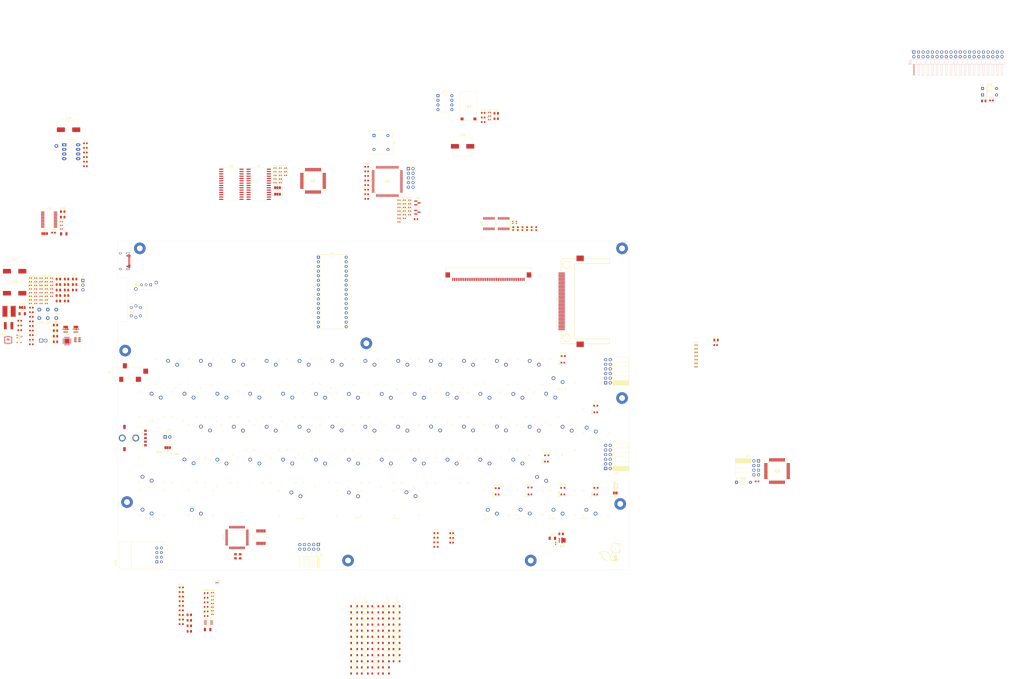
<source format=kicad_pcb>
(kicad_pcb (version 20241229) (generator "pcbnew") (generator_version "9.0")
  (layers (0 "F.Cu" signal) (4 "In1.Cu" signal) (6 "In2.Cu" signal) (2 "B.Cu" signal) (13 "F.Paste" user) (15 "B.Paste" user) (5 "F.SilkS" user "F.Silkscreen") (7 "B.SilkS" user "B.Silkscreen") (1 "F.Mask" user) (3 "B.Mask" user) (25 "Edge.Cuts" user))
  (net 0 "")
  (net 1 "GND")
  (net 2 "+5V")
  (net 3 "Net-(J3-SHIELD)")
  (net 4 "VPWR")
  (net 5 "VCC")
  (net 6 "VSYS")
  (net 7 "Net-(U6-VREG_1V2)")
  (net 8 "Net-(IC2-TMR_1)")
  (net 9 "Net-(D4-A)")
  (net 10 "Net-(C27-Pad1)")
  (net 11 "/Power/VUSB_SW")
  (net 12 "Net-(C28-Pad2)")
  (net 13 "+BATT")
  (net 14 "Net-(U7-BST)")
  (net 15 "Net-(U7-SW)")
  (net 16 "+3.3V")
  (net 17 "DP_P")
  (net 18 "DP_N")
  (net 19 "Net-(U10-3V3OUT)")
  (net 20 "Net-(D1-A)")
  (net 21 "/Keyboard IF/KeyMatrix/COL0")
  (net 22 "Net-(D12-A)")
  (net 23 "Net-(D2-K)")
  (net 24 "Net-(D2-A)")
  (net 25 "Net-(D3-CATHODE_1)")
  (net 26 "Net-(D3-CATHODE_2)")
  (net 27 "VDDL")
  (net 28 "Net-(D5-K)")
  (net 29 "Net-(D5-A)")
  (net 30 "Net-(D6-A)")
  (net 31 "Net-(D6-K)")
  (net 32 "nALERT")
  (net 33 "Net-(D7-A)")
  (net 34 "Net-(D8-K)")
  (net 35 "Net-(D8-A)")
  (net 36 "Net-(D9-A)")
  (net 37 "Net-(D9-K)")
  (net 38 "Net-(D10-K)")
  (net 39 "Net-(D10-A)")
  (net 40 "Net-(D11-A)")
  (net 41 "/CompactFlash/~{SPKR}")
  (net 42 "Net-(D13-A)")
  (net 43 "Net-(D14-A)")
  (net 44 "Net-(D15-A)")
  (net 45 "Net-(D17-A)")
  (net 46 "Net-(D16-K)")
  (net 47 "nIRQ")
  (net 48 "KEYLED0")
  (net 49 "Net-(D18-A)")
  (net 50 "CLK")
  (net 51 "nRAM0_CS")
  (net 53 "Net-(C45-Pad2)")
  (net 54 "Net-(IC1-I{slash}O_49)")
  (net 55 "ACIA_nCS")
  (net 56 "Net-(D20-A)")
  (net 57 "Net-(IC1-I{slash}O_48)")
  (net 58 "Net-(D22-A)")
  (net 59 "Net-(IC1-I{slash}O_54)")
  (net 60 "CLK{slash}2")
  (net 61 "Net-(IC1-I{slash}O_53)")
  (net 62 "TDO")
  (net 64 "/Display Connector/DISP_nINT")
  (net 65 "nSLOW1")
  (net 66 "Net-(D23-A)")
  (net 67 "nSLOW0")
  (net 68 "/Display Connector/DISP_nRES")
  (net 69 "nRES")
  (net 70 "EXP_nSEL0")
  (net 71 "RnW")
  (net 72 "nR")
  (net 73 "/Display Connector/DISP_EN")
  (net 74 "nCF_CS0")
  (net 75 "/Keyboard IF/KeyMatrix/COL1")
  (net 76 "nRXF")
  (net 77 "ROM_nCE")
  (net 78 "TDI")
  (net 79 "TCK")
  (net 80 "/Display Connector/DISP_nCS")
  (net 81 "WR_FT")
  (net 82 "nRD_FT")
  (net 83 "CPU_CLK")
  (net 84 "nRAM1_CS")
  (net 85 "ROM_nR")
  (net 86 "/Display Connector/DISP_nWAIT")
  (net 87 "Net-(IC1-I{slash}O_50)")
  (net 88 "nTXE")
  (net 89 "nW")
  (net 90 "VIA_nCS")
  (net 91 "TMS")
  (net 92 "/Display Connector/BL")
  (net 93 "/Display Connector/DISP_DATA_EN")
  (net 94 "Net-(IC1-I{slash}O_52)")
  (net 95 "CFnRES")
  (net 97 "CLK_x2")
  (net 98 "Net-(IC2-NTC)")
  (net 99 "Net-(IC2-FREQ)")
  (net 100 "Net-(IC2-EN)")
  (net 101 "Net-(IC2-CSP)")
  (net 102 "Net-(IC2-OLIM)")
  (net 103 "Net-(IC2-MODE)")
  (net 104 "Net-(IC2-IB_1)")
  (net 105 "Net-(IC2-ILIM)")
  (net 106 "Net-(IC2-SW_1)")
  (net 107 "Net-(IC2-VB)")
  (net 108 "Net-(IC2-ISET)")
  (net 109 "Net-(IC2-PWIN)")
  (net 110 "Net-(IC2-REG)")
  (net 111 "Net-(IC2-FB)")
  (net 113 "/VIA/VA_PB1")
  (net 114 "/VIA/VA_PB0")
  (net 115 "/VIA/VA_PA4")
  (net 116 "/VIA/VA_PA2")
  (net 117 "/VIA/VA_CB1")
  (net 118 "/VIA/VA_PB6")
  (net 119 "/VIA/VA_CA2")
  (net 120 "/VIA/VA_PA1")
  (net 121 "/VIA/VA_CB2")
  (net 122 "/VIA/VA_PA3")
  (net 124 "/VIA/VA_PB4")
  (net 125 "/VIA/VA_PA0")
  (net 126 "/VIA/VA_PA6")
  (net 127 "/VIA/VA_PA7")
  (net 128 "/VIA/VA_PB2")
  (net 129 "/VIA/VA_CA1")
  (net 130 "/VIA/VA_PB7")
  (net 131 "/VIA/VA_PB5")
  (net 132 "/VIA/VA_PA5")
  (net 134 "/VIA/VA_PB3")
  (net 139 "PD_SDA")
  (net 140 "PD_SCL")
  (net 143 "/Power/VIN")
  (net 147 "/Display Connector/3V3_D0")
  (net 151 "/Display Connector/3V3_D3")
  (net 152 "/Display Connector/3V3_D1")
  (net 154 "/Display Connector/3V3_nRES")
  (net 155 "3V3_RnW")
  (net 156 "/Display Connector/3V3_D2")
  (net 158 "/Display Connector/3V3_D5")
  (net 159 "3V3_RS")
  (net 161 "/Display Connector/3V3_D6")
  (net 162 "Net-(J5-Pin_14)")
  (net 163 "3V3_nINT")
  (net 166 "/Display Connector/3V3_D7")
  (net 172 "/Display Connector/3V3_D4")
  (net 180 "Net-(J8-Pin_17)")
  (net 182 "/CompactFlash/~{REG}")
  (net 184 "/CompactFlash/~{STSCHG}")
  (net 185 "Net-(J8-Pin_48)")
  (net 187 "/CompactFlash/~{CS1}")
  (net 188 "/CompactFlash/~{WE}")
  (net 194 "PHI2O")
  (net 195 "RDY")
  (net 196 "nVP")
  (net 197 "nSO")
  (net 198 "PHI1O")
  (net 199 "nML")
  (net 200 "nNMI")
  (net 201 "SYNQ")
  (net 202 "BE")
  (net 203 "Net-(D24-A)")
  (net 204 "Net-(D25-A)")
  (net 205 "Net-(D26-A)")
  (net 206 "Net-(D27-A)")
  (net 207 "Net-(JP1-C)")
  (net 208 "Net-(JP2-C)")
  (net 209 "Net-(JP3-C)")
  (net 210 "Net-(Q1-G)")
  (net 211 "Net-(Q3-G)")
  (net 212 "Net-(U1-~{PB})")
  (net 213 "Net-(U1-RST)")
  (net 214 "Net-(U5-A14)")
  (net 215 "Net-(U5-A15)")
  (net 216 "Net-(U5-A16)")
  (net 217 "Net-(U6-RESET)")
  (net 218 "Net-(U6-VBUS_VS_DISCH)")
  (net 219 "Net-(U6-ADDR0)")
  (net 220 "Net-(U6-ADDR1)")
  (net 221 "Net-(U6-VBUS_EN_SNK)")
  (net 222 "Net-(U6-DISCH)")
  (net 223 "Net-(U8-A4)")
  (net 224 "3V3_BL")
  (net 225 "Net-(U10-~{RESET})")
  (net 226 "Net-(U10-~{PWREN})")
  (net 227 "Net-(D28-A)")
  (net 229 "/A7")
  (net 230 "/A3")
  (net 231 "/D7")
  (net 232 "/D0")
  (net 233 "/A15")
  (net 234 "/A6")
  (net 235 "/A11")
  (net 236 "/A9")
  (net 237 "/A5")
  (net 238 "/A10")
  (net 239 "/D6")
  (net 240 "/A8")
  (net 241 "/D3")
  (net 242 "/A2")
  (net 243 "/A1")
  (net 244 "/A14")
  (net 247 "/D5")
  (net 248 "/D4")
  (net 249 "/A0")
  (net 250 "/A4")
  (net 251 "/D2")
  (net 252 "/A12")
  (net 253 "/A13")
  (net 254 "/D1")
  (net 265 "Net-(D29-A)")
  (net 266 "Net-(D30-A)")
  (net 267 "Net-(U12-XTAL1)")
  (net 268 "Net-(S2-A)")
  (net 269 "Net-(D31-A)")
  (net 270 "/Keyboard IF/KeyMatrix/COL2")
  (net 273 "AVR_nRST")
  (net 274 "Net-(D32-A)")
  (net 275 "Net-(D33-A)")
  (net 276 "Net-(D34-A)")
  (net 277 "Net-(D19-K)")
  (net 278 "Net-(D21-K)")
  (net 279 "Net-(D35-A)")
  (net 283 "3V3_EN")
  (net 284 "nWAIT")
  (net 285 "3V3_nCS")
  (net 286 "Net-(C45-Pad1)")
  (net 287 "Net-(U11-BYPASS)")
  (net 288 "Net-(C55-Pad2)")
  (net 289 "Net-(LS1-+)")
  (net 290 "AUDIO")
  (net 291 "Net-(R85-Pad1)")
  (net 292 "Net-(D36-A)")
  (net 293 "SLOT_AUDIO")
  (net 294 "Net-(VR1-3_1)")
  (net 296 "Net-(U9-OE)")
  (net 297 "Net-(D37-A)")
  (net 298 "AVR_TCK")
  (net 299 "AVR_TDO")
  (net 300 "AVR_TMS")
  (net 301 "Net-(D38-A)")
  (net 302 "Net-(D39-A)")
  (net 303 "AVR_TDI")
  (net 304 "/Keyboard IF/KeyMatrix/COL3")
  (net 305 "Net-(VR1-3_2)")
  (net 306 "Net-(D40-A)")
  (net 307 "Net-(D41-A)")
  (net 308 "Net-(D42-A)")
  (net 309 "Net-(U13-EN)")
  (net 310 "Net-(D43-A)")
  (net 311 "Net-(U13-~{RST})")
  (net 312 "Net-(D44-A)")
  (net 313 "Net-(D45-A)")
  (net 314 "Net-(D46-A)")
  (net 315 "/Keyboard IF/KeyMatrix/COL4")
  (net 319 "Net-(D47-A)")
  (net 320 "Net-(D48-A)")
  (net 321 "Net-(D49-A)")
  (net 322 "Net-(D50-A)")
  (net 323 "Net-(D51-A)")
  (net 324 "Net-(D52-A)")
  (net 325 "Net-(D53-A)")
  (net 326 "Net-(D54-A)")
  (net 327 "/Keyboard IF/KeyMatrix/COL5")
  (net 328 "Net-(D55-A)")
  (net 329 "Net-(D56-K)")
  (net 330 "/Keyboard IF/KEY_LEDs/LED_PWM")
  (net 331 "Net-(D57-A)")
  (net 335 "Net-(D58-A)")
  (net 336 "Net-(D59-A)")
  (net 337 "Net-(D60-K)")
  (net 338 "Net-(D61-K)")
  (net 339 "Net-(D62-K)")
  (net 340 "Net-(D63-K)")
  (net 341 "Net-(D64-K)")
  (net 342 "Net-(D65-K)")
  (net 343 "Net-(D65-A)")
  (net 344 "Net-(D66-K)")
  (net 345 "Net-(D67-K)")
  (net 346 "Net-(D68-K)")
  (net 347 "Net-(D69-A)")
  (net 348 "Net-(D70-A)")
  (net 349 "Net-(D71-A)")
  (net 350 "/Keyboard IF/KeyMatrix/COL6")
  (net 351 "Net-(D72-A)")
  (net 352 "Net-(D73-A)")
  (net 353 "Net-(D74-A)")
  (net 354 "Net-(D75-A)")
  (net 355 "Net-(D76-A)")
  (net 356 "Net-(D77-A)")
  (net 357 "Net-(D78-A)")
  (net 358 "/Keyboard IF/KeyMatrix/COL7")
  (net 359 "Net-(D79-A)")
  (net 360 "Net-(D80-A)")
  (net 361 "Net-(D81-A)")
  (net 362 "Net-(D82-A)")
  (net 363 "Net-(D83-A)")
  (net 370 "MODEM_nCS")
  (net 372 "MODEM_nRST")
  (net 373 "KEYLED_PWM")
  (net 374 "MODEM_EN")
  (net 383 "Net-(JP4-C)")
  (net 384 "/60FAKE50/nRES")
  (net 385 "Net-(JP6-C)")
  (net 386 "Net-(X1-EN)")
  (net 387 "ROW0")
  (net 388 "/Keyboard IF/BATTMON")
  (net 389 "/Keyboard IF/Modem/TX_3V3")
  (net 390 "/Keyboard IF/Modem/RX_3V3")
  (net 391 "Net-(U14-B1)")
  (net 392 "Net-(U14-B2)")
  (net 393 "MODEM_SER_IN")
  (net 394 "MODEM_SER_OUT")
  (net 395 "ROW1")
  (net 396 "ROW2")
  (net 397 "ROW3")
  (net 398 "ROW4")
  (net 399 "ROW5")
  (net 400 "ROW6")
  (net 401 "ROW7")
  (net 402 "Net-(U12-PD5)")
  (net 403 "Net-(U12-PD6)")
  (net 404 "Net-(U12-PD7)")
  (footprint "PaulasKiCADFootPrint:SW_PG1350" (layer "F.Cu") (at 278.454 259.536)
    (property "Reference" "SW16" (hide yes))
    (property "Value" "SW_Push")
  )
  (footprint "Package_SO:SSOP-28_5.3x10.2mm_P0.65mm" (layer "F.Cu") (at 42.3375 158.26)
    (property "Reference" "U10")
    (property "Value" "FT245RNL")
  )
  (footprint "Resistor_SMD:R_0603_1608Metric" (layer "F.Cu") (at 32.6525 224.045)
    (property "Reference" "R62")
    (property "Value" "0R")
  )
  (footprint "Package_SO:SSOP-16_5.3x6.2mm_P0.65mm" (layer "F.Cu") (at 158.2625 332.2 90)
    (property "Reference" "U15")
    (property "Value" "74HCT138")
  )
  (footprint "Diode_SMD:D_SOD-123" (layer "F.Cu") (at 232.545 370.05)
    (property "Reference" "D74")
    (property "Value" "1N4148W")
  )
  (footprint "PaulasKiCADFootPrint:SW_PG1350" (layer "F.Cu") (at 305.454 313.436 180)
    (property "Reference" "SW49" (hide yes))
    (property "Value" "SW_Push")
  )
  (footprint "LED_SMD:LED_0603_1608Metric" (layer "F.Cu") (at 287.6 308.8)
    (property "Reference" "D65")
    (property "Value" "LED")
  )
  (footprint "Diode_SMD:D_SOD-123" (layer "F.Cu") (at 232.545 386.8)
    (property "Reference" "D79")
    (property "Value" "1N4148W")
  )
  (footprint "Diode_SMD:D_SOD-123" (layer "F.Cu") (at 226.75 390.15)
    (property "Reference" "D59")
    (property "Value" "1N4148W")
  )
  (footprint "Diode_SMD:D_SOD-123" (layer "F.Cu") (at 209.365 383.45)
    (property "Reference" "D15")
    (property "Value" "1N4148W")
  )
  (footprint "Resistor_SMD:R_0402_1005Metric" (layer "F.Cu") (at 40.8325 202.235)
    (property "Reference" "R60")
    (property "Value" "1K")
  )
  (footprint "Connector_PinSocket_2.54mm:PinSocket_2x04_P2.54mm_Horizontal" (layer "F.Cu") (at 430.675 290.425)
    (property "Reference" "J11")
    (property "Value" "Conn_02x04_Odd_Even")
  )
  (footprint "Resistor_SMD:R_0402_1005Metric" (layer "F.Cu") (at 396.51 232.97)
    (property "Reference" "R78")
    (property "Value" "1K")
  )
  (footprint "Resistor_SMD:R_0402_1005Metric" (layer "F.Cu") (at 233.8925 147.6)
    (property "Reference" "R14")
    (property "Value" "3K3")
  )
  (footprint "Capacitor_SMD:C_0603_1608Metric" (layer "F.Cu") (at 216.1825 141.86)
    (property "Reference" "C12")
    (property "Value" "100nF")
  )
  (footprint "Diode_SMD:D_SOD-123" (layer "F.Cu") (at 232.545 380.1)
    (property "Reference" "D77")
    (property "Value" "1N4148W")
  )
  (footprint "PaulasKiCADFootPrint:SW_PG1350" (layer "F.Cu") (at 152.454 259.436)
    (property "Reference" "SW5" (hide yes))
    (property "Value" "SW_Push")
  )
  (footprint "Connector_PinHeader_1.00mm:PinHeader_1x03_P1.00mm_Vertical_SMD_Pin1Left" (layer "F.Cu") (at 243.9425 149.13)
    (property "Reference" "J16")
    (property "Value" "Conn_01x03")
  )
  (footprint "Diode_SMD:D_SOD-123" (layer "F.Cu") (at 220.955 390.15)
    (property "Reference" "D46")
    (property "Value" "1N4148W")
  )
  (footprint "PaulasKiCADFootPrint:Fox_avatar_18mm" (layer "F.Cu") (at 350 340)
    (property "Reference" "FOX1" (hide yes))
    (property "Value" "SYM_Flash_Large" (hide yes))
  )
  (footprint "Capacitor_SMD:C_1206_3216Metric" (layer "F.Cu") (at 129.125 382.8)
    (property "Reference" "C61")
    (property "Value" "47uF")
  )
  (footprint "Capacitor_SMD:C_0402_1005Metric" (layer "F.Cu") (at 131.745 370.55)
    (property "Reference" "C60")
    (property "Value" "100nF")
  )
  (footprint "Resistor_SMD:R_0402_1005Metric" (layer "F.Cu") (at 131.765 368.57)
    (property "Reference" "R104")
    (property "Value" "10K")
  )
  (footprint "Resistor_SMD:R_0603_1608Metric_Pad0.98x0.95mm_HandSolder" (layer "F.Cu") (at 114.705 367.29)
    (property "Reference" "R109")
    (property "Value" "10K")
  )
  (footprint "PaulasKiCADFootPrint:SW_PG1350" (layer "F.Cu") (at 206.454 313.536)
    (property "Reference" "SW61" (hide yes))
    (property "Value" "SW_Push")
  )
  (footprint "Diode_SMD:D_SOD-123" (layer "F.Cu") (at 232.545 383.45)
    (property "Reference" "D78")
    (property "Value" "1N4148W")
  )
  (footprint "PaulasKiCADFootPrint:SW_PG1350" (layer "F.Cu") (at 224.454 295.536)
    (property "Reference" "SW14" (hide yes))
    (property "Value" "SW_Push")
  )
  (footprint "Jumpers:SolderJumper-3_P1.3mm_Bridged12_Pad1.0x1.5mm_NumberLabels" (layer "F.Cu") (at 27.6425 206.375)
    (property "Reference" "JP3")
    (property "Value" "PD LED PWR")
  )
  (footprint "PaulasKiCADFootPrint:SW_PG1350" (layer "F.Cu") (at 125.464 277.436)
    (property "Reference" "SW1" (hide yes))
    (property "Value" "SW_Push")
  )
  (footprint "Resistor_SMD:R_0402_1005Metric" (layer "F.Cu") (at 35.0125 194.275)
    (property "Reference" "R39")
    (property "Value" "5K1")
  )
  (footprint "TestPoint:TestPoint_Loop_D1.80mm_Drill1.0mm_Beaded" (layer "F.Cu") (at 41.6325 212.195)
    (property "Reference" "TP4")
    (property "Value" "TestPoint")
  )
  (footprint "Resistor_SMD:R_0402_1005Metric" (layer "F.Cu") (at 35.0125 192.285)
    (property "Reference" "R38")
    (property "Value" "5K1")
  )
  (footprint "PaulasKiCADFootPrint:SW_PG1350" (layer "F.Cu") (at 269.464 241.436)
    (property "Reference" "SW22" (hide yes))
    (property "Value" "SW_Push")
  )
  (footprint "PaulasKiCADFootPrint:SW_PG1350" (layer "F.Cu") (at 323.454 277.536)
    (property "Reference" "SW38" (hide yes))
    (property "Value" "SW_Push")
  )
  (footprint "Resistor_SMD:R_0402_1005Metric" (layer "F.Cu") (at 239.7125 153.57)
    (property "Reference" "R93")
    (property "Value" "10k")
  )
  (footprint "PaulasKiCADFootPrint:SW_PG1350" (layer "F.Cu") (at 251.464 277.436)
    (property "Reference" "SW11" (hide yes))
    (property "Value" "SW_Push")
  )
  (footprint "Resistor_SMD:R_0603_1608Metric_Pad0.98x0.95mm_HandSolder" (layer "F.Cu") (at 341.7125 305.2 180)
    (property "Reference" "R121")
    (property "Value" "330R")
  )
  (footprint "Resistor_SMD:R_0402_1005Metric" (layer "F.Cu") (at 166.005 132.03)
    (property "Reference" "R2")
    (property "Value" "3K3")
  )
  (footprint "MountingHole:MountingHole_3.2mm_M3_Pad_TopBottom" (layer "F.Cu") (at 206 345)
    (property "Reference" "H6" (hide yes))
    (property "Value" "MountingHole_Pad")
  )
  (footprint "Connector_PinHeader_1.00mm:PinHeader_1x03_P1.00mm_Vertical_SMD_Pin1Left" (layer "F.Cu") (at 243.9425 154.18)
    (property "Reference" "J18")
    (property "Value" "Conn_01x03")
  )
  (footprint "Resistor_SMD:R_0402_1005Metric" (layer "F.Cu") (at 32.1025 196.265)
    (property "Reference" "R32")
    (property "Value" "0R")
  )
  (footprint "Diode_SMD:D_SOD-123" (layer "F.Cu") (at 209.365 370.05)
    (property "Reference" "D1")
    (property "Value" "1N4148W")
  )
  (footprint "Capacitor_SMD:C_0603_1608Metric" (layer "F.Cu") (at 62.225 123.98)
    (property "Reference" "C4")
    (property "Value" "100nF")
  )
  (footprint "PaulasKiCADFootPrint:SW_PG1350" (layer "F.Cu") (at 98.454 259.436)
    (property "Reference" "SW57" (hide yes))
    (property "Value" "SW_Push")
  )
  (footprint "PaulasKiCADFootPrint:SW_PG1350" (layer "F.Cu") (at 143.464 241.436)
    (property "Reference" "SW28" (hide yes))
    (property "Value" "SW_Push")
  )
  (footprint "LED_SMD:LED_0603_1608Metric" (layer "F.Cu") (at 243.2125 158)
    (property "Reference" "D2")
    (property "Value" "LED")
  )
  (footprint "LED_SMD:LED_0805_2012Metric" (layer "F.Cu") (at 407.465 224.225)
    (property "Reference" "D11")
    (property "Value" "CF ACTIVITY")
  )
  (footprint "Capacitor_SMD:C_0603_1608Metric" (layer "F.Cu") (at 301.47 163.175 90)
    (property "Reference" "C51")
    (property "Value" "100nF")
  )
  (footprint "Resistor_SMD:R_0402_1005Metric" (layer "F.Cu") (at 233.8925 157.55)
    (property "Reference" "R21")
    (property "Value" "3K3")
  )
  (footprint "RK10J12R0A0B:RK10J12R0A0B" (layer "F.Cu") (at 86.095012 277.892566 90)
    (property "Reference" "VR1")
    (property "Value" "RK10J12R0A0B" (hide yes))
  )
  (footprint "PaulasKiCADFootPrint:SW_PG1350" (layer "F.Cu") (at 125.464 241.436)
    (property "Reference" "SW26" (hide yes))
    (property "Value" "SW_Push")
  )
  (footprint "Capacitor_SMD:C_0805_2012Metric" (layer "F.Cu") (at 56.3225 193.815)
    (property "Reference" "C33")
    (property "Value" "22uF 25V")
  )
  (footprint "Connector_PinSocket_2.54mm:PinSocket_2x06_P2.54mm_Horizontal" (layer "F.Cu") (at 347 294.615 180)
    (property "Reference" "J12")
    (property "Value" "Conn_02x06_Odd_Even")
  )
  (footprint "PaulasKiCADFootPrint:SW_PG1350" (layer "F.Cu") (at 116.464 295.436)
    (property "Reference" "SW46" (hide yes))
    (property "Value" "SW_Push")
  )
  (footprint "Resistor_SMD:R_0402_1005Metric" (layer "F.Cu") (at 168.915 136.01)
    (property "Reference" "R9")
    (property "Value" "1K")
  )
  (footprint "PaulasKiCADFootPrint:SW_PG1350" (layer "F.Cu") (at 116.464 259.436)
    (property "Reference" "SW17" (hide yes))
    (property "Value" "SW_Push")
  )
  (footprint "Diode_SMD:D_SOD-123" (layer "F.Cu") (at 215.16 406.9)
    (property "Reference" "D39")
    (property "Value" "1N4148W")
  )
  (footprint "TestPoint:TestPoint_Loop_D1.80mm_Drill1.0mm_Beaded" (layer "F.Cu") (at 46.2825 212.195)
    (property "Reference" "TP6")
    (property "Value" "TestPoint")
  )
  (footprint "MountingHole:MountingHole_3.2mm_M3_Pad_TopBottom" (layer "F.Cu") (at 356 256)
    (property "Reference" "H7" (hide yes))
    (property "Value" "MountingHole_Pad")
  )
  (footprint "Capacitor_SMD:C_0603_1608Metric" (layer "F.Cu") (at 32.6525 208.985)
    (property "Reference" "C18")
    (property "Value" "100nF")
  )
  (footprint "ESP8266-01_ESP-01:XCVR_ESP8266-01_ESP-01" (layer "F.Cu") (at 92.999999 341.912687 90)
    (property "Reference" "U13")
    (property "Value" "ESP8266-01_ESP-01")
  )
  (footprint "SRN6045HA-1R5Y:INDPM6060X470N" (layer "F.Cu") (at 20.4425 208.475)
    (property "Reference" "L1")
    (property "Value" "1.5uH" (hide yes))
  )
  (footprint "Capacitor_SMD:C_0603_1608Metric" (layer "F.Cu") (at 62.225 129)
    (property "Reference" "C53")
    (property "Value" "100nF")
  )
  (footprint "Capacitor_SMD:C_0603_1608Metric" (layer "F.Cu") (at 216.1825 139.35)
    (property "Reference" "C11")
    (property "Value" "100nF")
  )
  (footprint "Resistor_SMD:R_0402_1005Metric" (layer "F.Cu") (at 239.7125 147.6)
    (property "Reference" "R87")
    (property "Value" "3K3")
  )
  (footprint "Resistor_SMD:R_0402_1005Metric" (layer "F.Cu") (at 43.7425 192.285)
    (property "Reference" "R65")
    (property "Value" "1K")
  )
  (footprint "PaulasKiCADFootPrint:SW_PG1350" (layer "F.Cu") (at 179.464 241.436)
    (property "Reference" "SW32" (hide yes))
    (property "Value" "SW_Push")
  )
  (footprint "Connector_Audio:Jack_3.5mm_CUI_SJ-3524-SMT_Horizontal" (layer "F.Cu") (at 85.427043 242.040497 90)
    (property "Reference" "J6")
    (property "Value" "AudioJack3")
  )
  (footprint "Resistor_SMD:R_0402_1005Metric" (layer "F.Cu") (at 40.8325 192.285)
    (property "Reference" "R54")
    (property "Value" "10K")
  )
  (footprint "Resistor_SMD:R_0402_1005Metric" (layer "F.Cu") (at 396.51 227)
    (property "Reference" "R75")
    (property "Value" "0R")
  )
  (footprint "Resistor_SMD:R_0402_1005Metric" (layer "F.Cu") (at 37.9225 200.245)
    (property "Reference" "R50")
    (property "Value" "100K")
  )
  (footprint "PaulasKiCADFootPrint:SW_PG1350" (layer "F.Cu") (at 215.454 277.536)
    (property "Reference" "SW8" (hide yes))
    (property "Value" "SW_Push")
  )
  (footprint "Resistor_SMD:R_0603_1608Metric" (layer "F.Cu") (at 128.305 375.41)
    (property "Reference" "R106")
    (property "Value" "0R")
  )
  (footprint "Resistor_SMD:R_0402_1005Metric" (layer "F.Cu") (at 35.0125 200.245)
    (property "Reference" "R42")
    (property "Value" "10K5")
  )
  (footprint "Diode_SMD:D_SOD-123" (layer "F.Cu") (at 226.75 386.8)
    (property "Reference" "D58")
    (property "Value" "1N4148W")
  )
  (footprint "Diode_SMD:D_SOD-123" (layer "F.Cu") (at 226.75 400.2)
    (property "Reference" "D71")
    (property "Value" "1N4148W")
  )
  (footprint "Capacitor_SMD:C_0805_2012Metric" (layer "F.Cu") (at 56.3225 196.825)
    (property "Reference" "C34")
    (property "Value" "22uF 25V")
  )
  (footprint "Diode_SMD:D_SOD-123" (layer "F.Cu") (at 220.955 386.8)
    (property "Reference" "D45")
    (property "Value" "1N4148W")
  )
  (footprint "PaulasKiCADFootPrint:SW_PG1350" (layer "F.Cu") (at 152.454 295.536)
    (property "Reference" "SW31" (hide yes))
    (property "Value" "SW_Push")
  )
  (footprint "Resistor_SMD:R_0603_1608Metric_Pad0.98x0.95mm_HandSolder" (layer "F.Cu") (at 254.1375 332.49)
    (property "Reference" "R107")
    (property "Value" "330R")
  )
  (footprint "LED_SMD:LED_0805_2012Metric" (layer "F.Cu") (at 45.8525 225.16)
    (property "Reference" "D18")
    (property "Value" "POWER ON")
  )
  (footprint "Diode_SMD:D_SOD-123" (layer "F.Cu") (at 226.75 393.5)
    (property "Reference" "D69")
    (property "Value" "1N4148W")
  )
  (footprint "Resistor_SMD:R_0402_1005Metric" (layer "F.Cu") (at 171.825 132.03)
    (property "Reference" "R12")
    (property "Value" "10K")
  )
  (footprint "Diode_SMD:D_SOD-123" (layer "F.Cu") (at 232.545 393.5)
    (property "Reference" "D81")
    (property "Value" "1N4148W")
  )
  (footprint "Resistor_SMD:R_0402_1005Metric" (layer "F.Cu") (at 236.8025 155.56)
    (property "Reference" "R27")
    (property "Value" "3K3")
  )
  (footprint "CMS-160925-078SP-67:CMS160925078SP67" (layer "F.Cu") (at 271.9125 96.015)
    (property "Reference" "LS1")
    (property "Value" "CMS-160925-078SP-67" (hide yes))
  )
  (footprint "Resistor_SMD:R_0603_1608Metric_Pad0.98x0.95mm_HandSolder" (layer "F.Cu") (at 114.705 374.82)
    (property "Reference" "R112")
    (property "Value" "10K")
  )
  (footprint "TestPoint:TestPoint_Loop_D1.80mm_Drill1.0mm_Beaded" (layer "F.Cu") (at 36.9825 212.195)
    (property "Reference" "TP2")
    (property "Value" "TestPoint")
  )
  (footprint "PaulasKiCADFootPrint:SW_PG1350" (layer "F.Cu") (at 251.464 241.436)
    (property "Reference" "SW39" (hide yes))
    (property "Value" "SW_Push")
  )
  (footprint "Resistor_SMD:R_0603_1608Metric_Pad0.98x0.95mm_HandSolder" (layer "F.Cu") (at 341.6 260.2 180)
    (property "Reference" "R117")
    (property "Value" "330R")
  )
  (footprint "Resistor_SMD:R_0402_1005Metric" (layer "F.Cu") (at 236.8025 157.55)
    (property "Reference" "R28")
    (property "Value" "3K3")
  )
  (footprint "PaulasKiCADFootPrint:SW_PG1350" (layer "F.Cu") (at 269.464 277.436)
    (property "Reference" "SW12" (hide yes))
    (property "Value" "SW_Push")
  )
  (footprint "Capacitor_SMD:C_0603_1608Metric" (layer "F.Cu") (at 429.875 301.655)
    (property "Reference" "C47")
    (property "Value" "100nF")
  )
  (footprint "Resistor_SMD:R_0603_1608Metric" (layer "F.Cu") (at 128.305 372.9)
    (property "Reference" "R105")
    (property "Value" "0R")
  )
  (footprint "Diode_SMD:D_SOD-123" (layer "F.Cu") (at 226.75 373.4)
    (property "Reference" "D53")
    (property "Value" "1N4148W")
  )
  (footprint "Capacitor_SMD:C_0805_2012Metric" (layer "F.Cu") (at 47.4225 202.845)
    (property "Reference" "C22")
    (property "Value" "10uF 25V")
  )
  (footprint "Resistor_SMD:R_0402_1005Metric" (layer "F.Cu") (at 396.51 238.94)
    (property "Reference" "R81")
    (property "Value" "470R")
  )
  (footprint "Capacitor_SMD:C_0603_1608Metric" (layer "F.Cu") (at 279.9675 99.77)
    (property "Reference" "C45")
    (property "Value" "33nF")
  )
  (footprint "Diode_SMD:D_SOD-123" (layer "F.Cu") (at 215.16 390.15)
    (property "Reference" "D34")
    (property "Value" "1N4148W")
  )
  (footprint "Resistor_SMD:R_0402_1005Metric" (layer "F.Cu") (at 32.1025 200.245)
    (property "Reference" "R34")
    (property "Value" "5K1")
  )
  (footprint "Resistor_SMD:R_0603_1608Metric_Pad0.98x0.95mm_HandSolder" (layer "F.Cu") (at 114.705 379.84)
    (property "Reference" "R114")
    (property "Value" "10K")
  )
  (footprint "Connector_PinSocket_2.54mm:PinSocket_2x06_P2.54mm_Horizontal" (layer "F.Cu") (at 347 247.65 180)
    (property "Reference" "J13")
    (property "Value" "Conn_02x06_Odd_Even")
  )
  (footprint "Resistor_SMD:R_0603_1608Metric_Pad0.98x0.95mm_HandSolder" (layer "F.Cu") (at 114.705 364.78)
    (property "Reference" "R108")
    (property "Value" "10K")
  )
  (footprint "Diode_SMD:D_SOD-123" (layer "F.Cu") (at 226.75 403.55)
    (property "Reference" "D72")
    (property "Value" "1N4148W")
  )
  (footprint "Capacitor_SMD:C_0402_1005Metric" (layer "F.Cu") (at 131.745 374.49)
    (property "Reference" "C63")
    (property "Value" "100nF")
  )
  (footprint "Capacitor_SMD:C_0603_1608Metric" (layer "F.Cu") (at 32.6525 219.025)
    (property "Reference" "C28")
    (property "Value" "0.1uF")
  )
  (footprint "PaulasKiCADFootPrint:SW_PG1350" (layer "F.Cu") (at 237.954 313.436)
    (property "Reference" "SW60" (hide yes))
    (property "Value" "SW_Push")
  )
  (footprint "Resistor_SMD:R_0603_1608Metric_Pad0.98x0.95mm_HandSolder" (layer "F.Cu") (at 114.705 377.33)
    (property "Reference" "R113")
    (property "Value" "10K")
  )
  (footprint "Capacitor_SMD:C_0603_1608Metric" (layer "F.Cu") (at 62.225 126.49)
    (property "Reference" "C5")
    (property "Value" "100nF")
  )
  (footprint "PaulasKiCADFootPrint:SW_PG1350" (layer "F.Cu") (at 305.454 277.536)
    (property "Reference" "SW36" (hide yes))
    (property "Value" "SW_Push")
  )
  (footprint "Capacitor_SMD:C_0805_2012Metric" (layer "F.Cu") (at 322.65 330.42)
    (property "Reference" "C66")
    (property "Value" "100nF")
  )
  (footprint "Package_DIP:DIP-8_W7.62mm_LongPads" (layer "F.Cu") (at 50.625 117.24)
    (property "Reference" "U1")
    (property "Value" "TC1232")
  )
  (footprint "Package_DIP:DIP-8_W7.62mm" (layer "F.Cu") (at 255.1975 90.36)
    (property "Reference" "U11")
    (property "Value" "LM386")
  )
  (footprint "LED_SMD:LED_0805_2012Metric" (layer "F.Cu") (at 45.8525 219.08)
    (property "Reference" "D9")
    (property "Value" "CHARGE")
  )
  (footprint "Resistor_SMD:R_0402_1005Metric" (layer "F.Cu") (at 239.7125 149.59)
    (property "Reference" "R89")
    (property "Value" "3K3")
  )
  (footprint "Diode_SMD:D_SOD-323" (layer "F.Cu") (at 25.9375 225.575)
    (property "Reference" "D4")
    (property "Value" "BAT60A")
  )
  (footprint "Jumper:SolderJumper-3_P1.3mm_Bridged2Bar12_RoundedPad1.0x1.5mm" (layer "F.Cu") (at 39.9375 165.91)
    (property "Reference" "JP6")
    (property "Value" "Jumper_3_Bridged12")
  )
  (footprint "Capacitor_SMD:CP_Elec_10x12.5" (layer "F.Cu") (at 53 109)
    (property "Reference" "C59")
    (property "Value" "250uF 16V")
  )
  (footprint "Resistor_SMD:R_0402_1005Metric" (layer "F.Cu") (at 35.0125 198.255)
    (property "Reference" "R41")
    (property "Value" "44K2")
  )
  (footprint "Connector_PinHeader_2.54mm:PinHeader_2x05_P2.54mm_Horizontal" (layer "F.Cu") (at 189.74 336.26 -90)
    (property "Reference" "J7")
    (property "Value" "Conn_02x05_Odd_Even")
  )
  (footprint "STL9P3LLH6:STL20N6F7" (layer "F.Cu") (at 323.2 333.91 -90)
    (property "Reference" "Q2")
    (property "Value" "STL9P3LLH6" (hide yes))
  )
  (footprint "S2B-XH-A_LF__SN_:SHDRRA2W80P0X250_1X2_740X1150X610P" (layer "F.Cu") (at 37.8825 224.495)
    (property "Reference" "J4")
    (property "Value" "BATTERY JST PH-2A" (hide yes))
  )
  (footprint "PaulasKiCADFootPrint:SW_PG1350" (layer "F.Cu") (at 224.454 259.536)
    (property "Reference" "SW25" (hide yes))
    (property "Value" "SW_Push")
  )
  (footprint "Resistor_SMD:R_0402_1005Metric" (layer "F.Cu") (at 49.0175 161.39)
    (property "Reference" "R72")
    (property "Value" "10k")
  )
  (footprint "Resistor_SMD:R_0402_1005Metric" (layer "F.Cu") (at 37.9225 196.265)
    (property "Reference" "R48")
    (property "Value" "27K")
  )
  (footprint "Resistor_SMD:R_0402_1005Metric" (layer "F.Cu") (at 43.7425 198.255)
    (property "Reference" "R84")
    (property "Value" "6K8")
  )
  (footprint "LED_THT:LED_D5.0mm" (layer "F.Cu") (at 105.894468 277.322895)
    (property "Reference" "D17" (hide yes))
    (property "Value" "LED")
  )
  (footprint "Capacitor_SMD:C_0805_2012Metric" (layer "F.Cu") (at 119.105 377.77)
    (property "Reference" "C40")
    (property "Value" "100nF")
  )
  (footprint "Diode_SMD:D_SOD-123" (layer "F.Cu") (at 220.955 383.45)
    (property "Reference" "D44")
    (property "Value" "1N4148W")
  )
  (footprint "Resistor_SMD:R_0402_1005Metric" (layer "F.Cu") (at 283.4275 101.5)
    (property "Reference" "R88")
    (property "Value" "47K")
  )
  (footprint "Resistor_SMD:R_0402_1005Metric" (layer "F.Cu") (at 37.9225 190.295)
    (property "Reference" "R45")
    (property "Value" "10K5")
  )
  (footprint "PaulasKiCADFootPrint:SW_PG1350" (layer "F.Cu") (at 260.454 259.536)
    (property "Reference" "SW15" (hide yes))
    (property "Value" "SW_Push")
  )
  (footprint "Capacitor_SMD:C_0603_1608Metric" (layer "F.Cu") (at 216.1825 136.84)
    (property "Reference" "C9")
    (property "Value" "100nF")
  )
  (footprint "Package_DFN_QFN:QFN-24-1EP_4x4mm_P0.5mm_EP2.7x2.7mm" (layer "F.Cu") (at 52.1375 224.805)
    (property "Reference" "U6")
    (property "Value" "STUSB4500QTR")
  )
  (footprint "Jumpers:SolderJumper-3_P1.3mm_Bridged12_Pad1.0x1.5mm_NumberLabels" (layer "F.Cu") (at 167.375 140.77)
    (property "Reference" "JP1")
    (property "Value" "RST_TOL")
  )
  (footprint "NRS5020T4R7MMGJ:NRS5020T220MMGJV" (layer "F.Cu") (at 20.1675 216.35)
    (property "Reference" "L2")
    (property "Value" "4.7uH" (hide yes))
  )
  (footprint "Resistor_SMD:R_0402_1005Metric" (layer "F.Cu") (at 49.0175 159.4)
    (property "Reference" "R69")
    (property "Value" "4K7")
  )
  (footprint "Diode_SMD:D_SOD-123" (layer "F.Cu") (at 209.365 406.9)
    (property "Reference" "D27")
    (property "Value" "1N4148W")
  )
  (footprint "Resistor_SMD:R_0603_1608Metric_Pad0.98x0.95mm_HandSolder" (layer "F.Cu") (at 323.8 233 180)
    (property "Reference" "R118")
    (property "Value" "330R")
  )
  (footprint "Capacitor_SMD:C_0603_1608Metric" (layer "F.Cu") (at 32.6525 221.535)
    (property "Reference" "C32")
    (property "Value" "0.1uF 25V C0G")
  )
  (footprint "PaulasKiCADFootPrint:SW_PG1350" (layer "F.Cu") (at 314.454 295.536 180)
    (property "Reference" "SW65" (hide yes))
    (property "Value" "SW_Push")
  )
  (footprint "Capacitor_SMD:C_0603_1608Metric" (layer "F.Cu") (at 279.9675 104.79)
    (property "Reference" "C55")
    (property "Value" "47nF")
  )
  (footprint "Resistor_SMD:R_0603_1608Metric_Pad0.98x0.95mm_HandSolder" (layer "F.Cu") (at 314.8 287.4 180)
    (property "Reference" "R119")
    (property "Value" "330R")
  )
  (footprint "Package_DIP:DIP-32_W15.24mm_Socket" (layer "F.Cu") (at 189.76 178.84)
    (property "Reference" "U5")
    (property "Value" "SST39SF010")
  )
  (footprint "Resistor_SMD:R_0402_1005Metric" (layer "F.Cu") (at 40.8325 204.225)
    (property "Reference" "R61")
    (property "Value" "1K")
  )
  (footprint "Resistor_SMD:R_0402_1005Metric" (layer "F.Cu") (at 168.915 134.02)
    (property "Reference" "R8")
    (property "Value" "3K3")
  )
  (footprint "Diode_SMD:D_SOD-123" (layer "F.Cu") (at 209.365 376.75)
    (property "Reference" "D13")
    (property "Value" "1N4148W")
  )
  (footprint "Capacitor_SMD:C_0603_1608Metric" (layer "F.Cu") (at 216.1825 134.33)
    (property "Reference" "C8")
    (property "Value" "100nF")
  )
  (footprint "PaulasKiCADFootPrint:SW_PG1350" (layer "F.Cu") (at 174.954 313.536)
    (property "Reference" "SW48" (hide yes))
    (property "Value" "SW_Push")
  )
  (footprint "Package_SO:SOP-28_8.4x18.16mm_P1.27mm" (layer "F.Cu") (at 142.125 138.9)
    (property "Reference" "U3")
    (property "Value" "IS62C256AL")
  )
  (footprint "PaulasKiCADFootPrint:SW_PG1350" (layer "F.Cu") (at 215.464 241.436)
    (property "Reference" "SW35" (hide yes))
    (property "Value" "SW_Push")
  )
  (footprint "Resistor_SMD:R_0603_1608Metric_Pad0.98x0.95mm_HandSolder" (layer "F.Cu") (at 114.705 372.31)
    (property "Reference" "R111")
    (property "Value" "10K")
  )
  (footprint "PaulasKiCADFootPrint:SW_PG1350" (layer "F.Cu") (at 242.454 259.536)
    (property "Reference" "SW9" (hide yes))
    (property "Value" "SW_Push")
  )
  (footprint "Diode_SMD:D_SOD-123" (layer "F.Cu") (at 209.365 386.8)
    (property "Reference" "D20")
    (property "Value" "1N4148W")
  )
  (footprint "PaulasKiCADFootPrint:SW_PG1350" (layer "F.Cu") (at 305.464 241.436)
    (property "Reference" "SW43" (hide yes))
    (property "Value" "SW_Push")
  )
  (footprint "Resistor_SMD:R_0402_1005Metric" (layer "F.Cu") (at 131.765 366.58)
    (property "Reference" "R101")
    (property "Value" "10K")
  )
  (footprint "Resistor_SMD:R_0402_1005Metric" (layer "F.Cu") (at 32.1025 190.295)
    (property "Reference" "R29")
    (property "Value" "330R")
  )
  (footprint "PaulasKiCADFootPrint:SW_PG1350" (layer "F.Cu") (at 287.454 313.536 180)
    (property "Reference" "SW51" (hide yes))
    (property "Value" "SW_Push")
  )
  (footprint "PaulasKiCADFootPrint:SW_PG1350" (layer "F.Cu") (at 260.454 295.536)
    (property "Reference" "SW40" (hide yes))
    (property "Value" "SW_Push")
  )
  (footprint "Capacitor_SMD:C_0805_2012Metric" (layer "F.Cu") (at 56.3225 190.805)
    (property "Reference" "C31")
    (property "Value" "10uF 25V")
  )
  (footprint "PaulasKiCADFootPrint:SW_PG1350" (layer "F.Cu") (at 143.454 277.536)
    (property "Reference" "SW21" (hide yes))
    (property "Value" "SW_Push")
  )
  (footprint "Package_TO_SOT_SMD:TSOT-23-6" (layer "F.Cu") (at 57.8625 224.05)
    (property "Reference" "U7")
    (property "Value" "AP63203WU")
  )
  (footprint "PaulasKiCADFootPrint:SW_PG1350" (layer "F.Cu") (at 197.464 241.436)
    (property "Reference" "SW33" (hide yes))
    (property "Value" "SW_Push")
  )
  (footprint "Resistor_SMD:R_0603_1608Metric" (layer "F.Cu") (at 128.305 365.37)
    (property "Reference" "R100")
    (property "Value" "3K3")
  )
  (footprint "LED_SMD:LED_0603_1608Metric" (layer "F.Cu") (at 323.6 308.8)
    (property "Reference" "D68")
    (property "Value" "LED")
  )
  (footprint "Resistor_SMD:R_0402_1005Metric" (layer "F.Cu") (at 233.8925 149.59)
    (property "Reference" "R15")
    (property "Value" "470R")
  )
  (footprint "Resistor_SMD:R_0402_1005Metric" (layer "F.Cu") (at 168.915 138)
    (property "Reference" "R10")
    (property "Value" "3K3")
  )
  (footprint "Diode_SMD:D_SOD-123" (layer "F.Cu") (at 215.16 393.5)
    (property "Reference" "D35")
    (property "Value" "1N4148W")
  )
  (footprint "Connector_PinHeader_2.54mm:PinHeader_2x05_P2.54mm_Vertical" (layer "F.Cu") (at 239.0325 130.35)
    (property "Reference" "J1")
    (property "Value" "Conn_02x05_Odd_Even")
  )
  (footprint "Resistor_SMD:R_0603_1608Metric" (layer "F.Cu") (at 309 163.175 90)
    (property "Reference" "R92")
    (property "Value" "3K3")
  )
  (footprint "Diode_SMD:D_SOD-123" (layer "F.Cu") (at 232.545 396.85)
    (property "Reference" "D82")
    (property "Value" "1N4148W")
  )
  (footprint "MountingHole:MountingHole_3.2mm_M3_Pad_TopBottom" (layer "F.Cu") (at 216 226)
    (property "Reference" "H5" (hide yes))
    (property "Value" "MountingHole_Pad")
  )
  (footprint "PaulasKiCADFootPrint:SW_PG1350" (layer "F.Cu") (at 98.464 295.436 180)
    (property "Reference" "SW58" (hide yes))
    (property "Value" "SW_Push")
  )
  (footprint "Resistor_SMD:R_0603_1608Metric" (layer "F.Cu") (at 128.305 370.39)
    (property "Reference" "R103")
    (property "Value" "3K3")
  )
  (footprint "Resistor_SMD:R_0402_1005Metric" (layer "F.Cu") (at 40.8325 190.295)
    (property "Reference" "R53")
    (property "Value" "22K")
  )
  (footprint "Connector_PinHeader_2.54mm:PinHeader_1x03_P2.54mm_Vertical" (layer "F.Cu") (at 60.8425 191.595)
    (property "Reference" "J2")
    (property "Value" "USBPD_PROG")
  )
  (footprint "Capacitor_SMD:C_0805_2012Metric" (layer "F.Cu") (at 47.4225 193.815)
    (property "Reference" "C17")
    (property "Value" "22uF 25V")
  )
  (footprint "Resistor_SMD:R_0402_1005Metric" (layer "F.Cu") (at 40.8325 196.265)
    (property "Reference" "R57")
    (property "Value" "10K")
  )
  (footprint "Capacitor_SMD:C_0603_1608Metric" (layer "F.Cu") (at 32.6525 206.475)
    (property "Reference" "C15")
    (property "Value" "100nF 100V")
  )
  (footprint "MountingHole:MountingHole_3.2mm_M3_Pad_TopBottom" (layer "F.Cu") (at 356 174)
    (property "Reference" "H4" (hide yes))
    (property "Value" "MountingHole_Pad")
  )
  (footprint "Capacitor_SMD:C_0603_1608Metric" (layer "F.Cu") (at 303.98 163.175 90)
    (property "Reference" "C52")
    (property "Value" "100nF")
  )
  (footprint "Resistor_SMD:R_0402_1005Metric" (layer "F.Cu") (at 32.1025 204.225)
    (property "Reference" "R36")
    (property "Value" "5K1")
  )
  (footprint "Resistor_SMD:R_0402_1005Metric" (layer "F.Cu") (at 233.8925 151.58)
    (property "Reference" "R16")
    (property "Value" "3K3")
  )
  (footprint "Capacitor_SMD:C_0603_1608Metric" (layer "F.Cu") (at 216.1825 144.37)
    (property "Reference" "C13")
    (property "Value" "100nF")
  )
  (footprint "Resistor_SMD:R_0402_1005Metric" (layer "F.Cu") (at 166.005 136.01)
    (property "Reference" "R4")
    (property "Value" "3K3")
  )
  (footprint "Capacitor_SMD:C_0805_2012Metric" (layer "F.Cu") (at 119.105 380.78)
    (property "Reference" "C49")
    (property "Value" "100nF")
  )
  (footprint "MP2636GR-P:MP2636GR" (layer "F.Cu") (at 19.9175 224.2)
    (property "Reference" "IC2")
    (property "Value" "MP2636GR-P" (hide yes))
  )
  (footprint "Diode_SMD:D_SOD-123" (layer "F.Cu") (at 215.16 373.4)
    (property "Reference" "D29")
    (property "Value" "1N4148W")
  )
  (footprint "PaulasKiCADFootPrint:SW_PG1350" (layer "F.Cu") (at 341.63 268.536 180)
    (property "Reference" "SW55" (hide yes))
    (property "Value" "SW_Push")
  )
  (footprint "Resistor_SMD:R_0402_1005Metric" (layer "F.Cu") (at 236.8025 147.6)
    (property "Reference" "R22")
    (property "Value" "3K3")
  )
  (footprint "Resistor_SMD:R_0402_1005Metric" (layer "F.Cu") (at 239.7125 155.56)
    (property "Reference" "R94")
    (property "Value" "10k")
  )
  (footprint "Resistor_SMD:R_0402_1005Metric" (layer "F.Cu") (at 239.7125 151.58)
    (property "Reference" "R90")
    (property "Value" "3K3")
  )
  (footprint "Capacitor_SMD:CP_Elec_10x12.5" (layer "F.Cu") (at 23.4775 198.575)
    (property "Reference" "C58")
    (property "Value" "250uF 16V")
  )
  (footprint "LED_SMD:LED_0805_2012Metric" (layer "F.Cu") (at 45.8525 216.04)
    (property "Reference" "D8")
    (property "Value" "USB PWR IN")
  )
  (footprint "Resistor_SMD:R_0402_1005Metric" (layer "F.Cu") (at 32.1025 194.275)
    (property "Reference" "R31")
    (property "Value" "5K1")
  )
  (footprint "Capacitor_SMD:C_0603_1608Metric" (layer "F.Cu") (at 62.225 121.47)
    (property "Reference" "C3")
    (property "Value" "100nF")
  )
  (footprint "Capacitor_SMD:C_0603_1608Metric" (layer "F.Cu") (at 44.7675 165.39)
    (property "Reference" "C39")
    (property "Value" "100nF")
  )
  (footprint "LED_SMD:LED_0805_2012Metric" (layer "F.Cu") (at 45.8525 222.12)
    (property "Reference" "D10")
    (property "Value" "ON BATTERY")
  )
  (footprint "Diode_SMD:D_SOD-123" (layer "F.Cu") (at 215.16 403.55)
    (property "Reference" "D38")
    (property "Value" "1N4148W")
  )
  (footprint "TestPoint:TestPoint_Loop_D1.80mm_Drill1.0mm_Beaded" (layer "F.Cu") (at 46.2825 207.545)
    (property "Reference" "TP5")
    (property "Value" "TestPoint")
  )
  (footprint "Diode_SMD:D_SOD-123" (layer "F.Cu") (at 209.365 393.5)
    (property "Reference" "D23")
    (property "Value" "1N4148W")
  )
  (footprint "Resistor_SMD:R_0805_2012Metric" (layer "F.Cu") (at 287.0875 103)
    (property "Reference" "R86")
    (property "Value" "10R")
  )
  (footprint "Diode_SMD:D_SOD-123" (layer "F.Cu") (at 220.955 380.1)
    (property "Reference" "D43")
    (property "Value" "1N4148W")
  )
  (footprint "PaulasKiCADFootPrint:SW_PG1350" (layer "F.Cu") (at 287.454 277.436)
    (property "Reference" "SW34" (hide yes))
    (property "Value" "SW_Push")
  )
  (footprint "Diode_SMD:D_SOD-123" (layer "F.Cu") (at 220.955 393.5)
    (property "Reference" "D47")
    (property "Value" "1N4148W")
  )
  (footprint "Resistor_SMD:R_0603_1608Metric_Pad0.98x0.95mm_HandSolder" (layer "F.Cu") (at 114.705 362.27)
    (property "Reference" "R82")
    (property "Value" "10K")
  )
  (footprint "PaulasKiCADFootPrint:SW_PG1350" (layer "F.Cu") (at 296.454 259.536)
    (property "Reference" "SW45" (hide yes))
    (property "Value" "SW_Push")
  )
  (footprint "Resistor_SMD:R_0402_1005Metric" (layer "F.Cu") (at 35.0125 204.225)
    (property "Reference" "R44")
    (property "Value" "10K5")
  )
  (footprint "Oscillator:Oscillator_DIP-8" (layer "F.Cu") (at 220.19 112.19 -90)
    (property "Reference" "X1")
    (property "Value" "16MHz")
  )
  (footprint "Resistor_SMD:R_0402_1005Metric" (layer "F.Cu") (at 236.8025 153.57)
    (property "Reference" "R26")
    (property "Value" "3K3")
  )
  (footprint "Diode_SMD:D_SOD-123" (layer "F.Cu") (at 209.365 373.4)
    (property "Reference" "D12")
    (property "Value" "1N4148W")
  )
  (footprint "ATF1508ASL-nnAU100:QFP50P1600X1600X120-100N" (layer "F.Cu") (at 227.4625 137.33)
    (property "Reference" "IC1")
    (property "Value" "ATF1508AS-7AX100" (hide yes))
  )
  (footprint "Diode_SMD:D_SOD-123" (layer "F.Cu") (at 220.955 396.85)
    (property "Reference" "D48")
    (property "Value" "1N4148W")
  )
  (footprint "Capacitor_SMD:C_1206_3216Metric" (layer "F.Cu") (at 317.85 332.82 180)
    (property "Reference" "C65")
    (property "Value" "47uF")
  )
  (footprint "Capacitor_SMD:C_0603_1608Metric" (layer "F.Cu") (at 32.6525 211.495)
    (property "Reference" "C21")
    (property "Value" "1uF")
  )
  (footprint "Diode_SMD:D_SOD-123" (layer "F.Cu") (at 215.16 370.05)
    (property "Reference" "D28")
    (property "Value" "1N4148W")
  )
  (footprint "LED_SMD:LED_0603_1608Metric" (layer "F.Cu") (at 305.6 308.8)
    (property "Reference" "D67")
    (property "Value" "LED")
  )
  (footprint "PaulasKiCADFootPrint:SW_PG1350" (layer "F.Cu") (at 296.454 295.536)
    (property "Reference" "SW44" (hide yes))
    (property "Value" "SW_Push")
  )
  (footprint "PaulasKiCADFootPrint:SW_PG1350" (layer "F.Cu") (at 233.464 241.436)
    (property "Reference" "SW37" (hide yes))
    (property "Value" "SW_Push")
  )
  (footprint "TestPoint:TestPoint_Loop_D1.80mm_Drill1.0mm_Beaded" (layer "F.Cu") (at 36.9825 207.545)
    (property "Reference" "TP1")
    (property "Value" "TestPoint")
  )
  (footprint "PaulasKiCADFootPrint:SW_PG1350" (layer "F.Cu") (at 161.464 241.436)
    (property "Reference" "SW30" (hide yes))
    (property "Value" "SW_Push")
  )
  (footprint "Capacitor_SMD:C_0805_2012Metric" (layer "F.Cu") (at 47.4225 190.805)
    (property "Reference" "C16")
    (property "Value" "10uF 25V")
  )
  (footprint "PaulasKiCADFootPrint:SW_PG1350" (layer "F.Cu") (at 170.454 295.536)
    (property "Reference" "SW3" (hide yes))
    (property "Value" "SW_Push")
  )
  (footprint "PaulasKiCADFootPrint:SW_PG1350" (layer "F.Cu") (at 314.464 259.436)
    (property "Reference" "SW47" (hide yes))
    (property "Value" "SW_Push")
  )
  (footprint "PaulasKiCADFootPrint:SW_PG1350" (layer "F.Cu") (at 179.454 277.536)
    (property "Reference" "SW6" (hide yes))
    (property "Value" "SW_Push")
  )
  (footprint "PaulasKiCADFootPrint:SW_PG1350" (layer "F.Cu") (at 206.454 259.536)
    (property "Reference" "SW18" (hide yes))
    (property "Value" "SW_Push")
  )
  (footprint "Resistor_SMD:R_0603_1608Metric" (layer "F.Cu") (at 306.49 163.175 90)
    (property "Reference" "R91")
    (property "Value" "1K8")
  )
  (footprint "Diode_SMD:D_SOD-123" (layer "F.Cu") (at 220.955 403.55)
    (property "Reference" "D50")
    (property "Value" "1N4148W")
  )
  (footprint "LED_SMD:LED_0603_1608Metric" (layer "F.Cu") (at 262.7075 332.61)
    (property "Reference" "D60")
    (property "Value" "LED")
  )
  (footprint "Resistor_SMD:R_1206_3216Metric" (layer "F.Cu") (at 27.6225 209.805)
    (property "Reference" "R56")
    (property "Value" "40mR")
  )
  (footprint "Diode_SMD:D_SOD-123" (layer "F.Cu") (at 209.365 403.55)
    (property "Reference" "D26")
    (property "Value" "1N4148W")
  )
  (footprint "Package_QFP:TQFP-44_10x10mm_P0.8mm" (layer "F.Cu") (at 145.2 332.4 90)
    (property "Reference" "U12")
    (property "Value" "ATmega644P-20A")
  )
  (footprint "Capacitor_SMD:C_0402_1005Metric" (layer "F.Cu") (at 233.8725 159.53)
    (property "Reference" "C10")
    (property "Value" "100nF")
  )
  (footprint "Capacitor_SMD:C_0805_2012Metric" (layer "F.Cu") (at 49.7875 156.9)
    (property "Reference" "C42")
    (property "Value" "100nF")
  )
  (footprint "Diode_SMD:D_SOD-123" (layer "F.Cu") (at 220.955 376.75)
    (property "Reference" "D42")
    (property "Value" "1N4148W")
  )
  (footprint "Resistor_SMD:R_0603_1608Metric_Pad0.98x0.95mm_HandSolder" (layer "F.Cu") (at 254.1375 335)
    (property "Reference" "R115")
    (property "Value" "330R")
  )
  (footprint "Capacitor_SMD:C_0603_1608Metric" (layer "F.Cu") (at 62.225 116.45)
    (property "Reference" "C1")
    (property "Value" "100nF")
  )
  (footprint "PaulasKiCADFootPrint:SW_PG1350" (layer "F.Cu") (at 188.454 259.536)
    (property "Reference" "SW23" (hide yes))
    (property "Value" "SW_Push")
  )
  (footprint "LED_SMD:LED_0603_1608Metric" (layer "F.Cu") (at 314.6 290.8)
    (property "Reference" "D64")
    (property "Value" "LED")
  )
  (footprint "Resistor_SMD:R_0402_1005Metric" (layer "F.Cu") (at 283.4275 103.49)
    (property "Reference" "R96")
    (property "Value" "47K")
  )
  (footprint "PaulasKiCADFootPrint:SW_PG1350" (layer "F.Cu") (at 278.454 295.536)
    (property "Reference" "SW42" (hide yes))
    (property "Value" "SW_Push")
  )
  (footprint "Resistor_SMD:R_0402_1005Metric" (layer "F.Cu") (at 32.1025 198.255)
    (property "Reference" "R33")
    (property "Value" "1K")
  )
  (footprint "Resistor_SMD:R_0402_1005Metric" (layer "F.Cu") (at 37.9225 204.225)
    (property "Reference" "R52")
    (property "Value" "2K49")
  )
  (footprint "PaulasKiCADFootPrint:SW_PG1350" (layer "F.Cu") (at 197.454 277.436)
    (property "Reference" "SW7" (hide yes))
    (property "Value" "SW_Push")
  )
  (footprint "W65C22S6TQG-14:QFP80P1320X1320X270-44N" (layer "F.Cu") (at 440.85 296)
    (property "Reference" "IC3")
    (property "Value" "W65C22S6TQG-14" (hide yes))
  )
  (footprint "Connector_USB:USB_C_Receptacle_HCTL_HC-TYPE-C-16P-01A" (layer "F.Cu") (at 82.446651 180.992776 -90)
    (property "Reference" "J3")
    (property "Value" "USB_C_Receptacle_USB2.0_16P")
  )
  (footprint "Resistor_SMD:R_0603_1608Metric" (layer "F.Cu") (at 32.6525 226.555)
    (property "Reference" "R63")
    (property "Value" "0R")
  )
  (footprint "Resistor_SMD:R_0402_1005Metric" (layer "F.Cu") (at 298.18 159.715 90)
    (property "Reference" "R68")
    (property "Value" "0R")
  )
  (footprint "Resistor_SMD:R_0402_1005Metric" (layer "F.Cu") (at 32.1025 192.285)
    (property "Reference" "R30")
    (property "Value" "5K1")
  )
  (footprint "Diode_SMD:D_SOD-123" (layer "F.Cu") (at 209.365 380.1)
    (property "Reference" "D14")
    (property "Value" "1N4148W")
  )
  (footprint "Diode_SMD:D_SOD-123" (layer "F.Cu") (at 215.16 376.75)
    (property "Reference" "D30")
    (property "Value" "1N4148W")
  )
  (footprint "Resistor_SMD:R_0402_1005Metric" (layer "F.Cu") (at 396.51 234.96)
    (property "Reference" "R79")
    (property "Value" "1K")
  )
  (footprint "PaulasKiCADFootPrint:SW_PG1350" (layer "F.Cu") (at 161.454 277.536)
    (property "Reference" "SW4" (hide yes))
    (property "Value" "SW_Push")
  )
  (footprint "PaulasKiCADFootPrint:SW_PG1350" (layer "F.Cu") (at 323.454 313.536 180)
    (property "Reference" "SW50" (hide yes))
    (property "Value" "SW_Push")
  )
  (footprint "Capacitor_SMD:C_0603_1608Metric" (layer "F.Cu") (at 279.9675 102.28)
    (property "Reference" "C46")
    (property "Value" "100nF")
  )
  (footprint "MountingHole:MountingHole_3.2mm_M3_Pad_TopBottom" (layer "F.Cu") (at 92 174)
    (property "Reference" "H3" (hide yes))
    (property "Value" "MountingHole_Pad")
  )
  (footprint "Resistor_SMD:R_0402_1005Metric" (layer "F.Cu") (at 319.65 335.62 -90)
    (property "Reference" "R74")
    (property "Value" "100K")
  )
  (footprint "MountingHole:MountingHole_3.2mm_M3_Pad_TopBottom" (layer "F.Cu") (at 84 230)
    (property "Reference" "H8" (hide yes))
    (property "Value" "MountingHole_Pad")
  )
  (footprint "Resistor_SMD:R_0402_1005Metric" (layer "F.Cu") (at 233.8925 155.56)
    (property "Reference" "R18")
    (property "Value" "3K3")
  )
  (footprint "Diode_SMD:D_SOD-123" (layer "F.Cu") (at 232.545 400.2)
    (property "Reference" "D83")
    (property "Value" "1N4148W")
  )
  (footprint "Diode_SMD:D_SOD-123" (layer "F.Cu") (at 232.545 376.75)
    (property "Reference" "D76")
    (property "Value" "1N4148W")
  )
  (footprint "LED_SMD:LED_0603_1608Metric" (layer "F.Cu") (at 26.3125 218.825)
    (property "Reference" "D7")
    (property "Value" "ALERT")
  )
  (footprint "LED_SMD:LED_0603_1608Metric" (layer "F.Cu") (at 262.7075 335.2)
    (property "Reference" "D61")
    (property "Value" "LED")
  )
  (footprint "Capacitor_SMD:C_0805_2012Metric" (layer "F.Cu") (at 51.8725 193.815)
    (property "Reference" "C26")
    (property "Value" "22uF 25V")
  )
  (footprint "Resistor_SMD:R_0402_1005Metric" (layer "F.Cu") (at 40.8325 194.275)
    (property "Reference" "R55")
    (property "Value" "100R")
  )
  (footprint "PaulasKiCADFootPrint:SW_PG1350" (layer "F.Cu") (at 242.454 295.536)
    (property "Reference" "SW13" (hide yes))
    (property "Value" "SW_Push")
  )
  (footprint "Diode_SMD:D_SOD-123" (layer "F.Cu") (at 226.75 396.85)
    (property "Reference" "D70")
    (property "Value" "1N4148W")
  )
  (footprint "Diode_SMD:D_SOD-123" (layer "F.Cu") (at 226.75 406.9)
    (property "Reference" "D73")
    (property "Value" "1N4148W")
  )
  (footprint "Capacitor_SMD:C_0805_2012Metric" (layer "F.Cu") (at 553.995 93.25)
    (property "Reference" "C44")
    (property "Value" "22uF 25V")
  )
  (footprint "Resistor_SMD:R_0603_1608Metric" (layer "F.Cu") (at 128.305 367.88)
    (property "Reference" "R102")
    (property "Value" "1K8")
  )
  (footprint "PaulasKiCADFootPrint:SW_PG1350" (layer "F.Cu") (at 107.464 241.436)
    (property "Reference" "SW24" (hide yes))
    (property "Value" "SW_Push")
  )
  (footprint "Resistor_SMD:R_0402_1005Metric" (layer "F.Cu") (at 396.51 236.95)
    (property "Reference" "R80")
    (property "Value" "1K")
  )
  (footprint "Diode_SMD:D_SOD-123" (layer "F.Cu") (at 215.16 386.8)
    (property "Reference" "D33")
    (property "Value" "1N4148W")
  )
  (footprint "Diode_SMD:D_SOD-123" (layer "F.Cu") (at 226.75 370.05)
    (property "Reference" "D52")
    (property "Value" "1N4148W")
  )
  (footprint "Diode_SMD:D_SOD-123" (layer "F.Cu") (at 220.955 373.4)
    (property "Reference" "D41")
    (property "Value" "1N4148W")
  )
  (footprint "LED_SMD:LED_0603_1608Metric" (layer "F.Cu") (at 26.3125 213.645)
    (property "Reference" "D5")
    (property "Value" "PWR2_OK")
  )
  (footprint "Resistor_SMD:R_0402_1005Metric" (layer "F.Cu") (at 236.8025 151.58)
    (property "Reference" "R25")
    (property "Value" "3K3")
  )
  (footprint "Resistor_SMD:R_0603_1608Metric_Pad0.98x0.95mm_HandSolder" (layer "F.Cu") (at 114.705 369.8)
    (property "Reference" "R110")
    (property "Value" "10K")
  )
  (footprint "TestPoint:TestPoint_Loop_D1.80mm_Drill1.0mm_Beaded" (layer "F.Cu") (at 46.325 117.93)
    (property "Reference" "TP7")
    (property "Value" "TestPoint")
  )
  (footprint "Capacitor_SMD:C_0603_1608Metric" (layer "F.Cu") (at 32.6525 216.515)
    (property "Reference" "C24")
    (property "Value" "1uF")
  )
  (footprint "Resistor_SMD:R_0402_1005Metric" (layer "F.Cu") (at 168.915 132.03)
    (property "Reference" "R7")
    (property "Value" "3K3")
  )
  (footprint "Resistor_SMD:R_0603_1608Metric_Pad0.98x0.95mm_HandSolder" (layer "F.Cu") (at 305.6 305 180)
    (property "Reference" "R122")
    (property "Value" "330R")
  )
  (footprint "Resistor_SMD:R_0402_1005Metric" (layer "F.Cu") (at 43.7425 194.275)
    (property "Reference" "R66")
    (property "Value" "1K")
  )
  (footprint "Diode_SMD:D_SOD-123" (layer "F.Cu") (at 215.16 400.2)
    (property "Reference" "D37")
    (property "Value" "1N4148W")
  )
  (footprint "Resistor_SMD:R_0402_1005Metric" (layer "F.Cu") (at 131.765 362.6)
    (property "Reference" "R97")
    (property "Value" "10K")
  )
  (footprint "PaulasKiCADFootPrint:SW_PG1350" (layer "F.Cu") (at 206.454 295.536)
    (property "Reference" "SW2" (hide yes))
    (property "Value" "SW_Push")
  )
  (footprint "Capacitor_SMD:C_0603_1608Metric" (layer "F.Cu") (at 32.6525 214.005)
    (property "Reference" "C23")
    (property "Value" "0.1uF 25V C0G")
  )
  (footprint "Resistor_SMD:R_0402_1005Metric" (layer "F.Cu") (at 40.8325 198.255)
    (property "Reference" "R58")
    (property "Value" "1K")
  )
  (footprint "Capacitor_SMD:C_0805_2012Metric" (layer "F.Cu") (at 287.1075 100.02)
    (property "Reference" "C54")
    (property "Value" "10uF 16V")
  )
  (footprint "Package_SO:TSSOP-20_4.4x6.5mm_P0.65mm" (layer "F.Cu") (at 283.12 160.43 90)
    (property "Reference" "U8")
    (property "Value" "TXS0108")
  )
  (footprint "ESDA25W:SOT65P210X110-3N" (layer "F.Cu") (at 26.1175 222.225)
    (property "Reference" "D3")
    (property "Value" "ESDA25W" (hide yes))
  )
  (footprint "Capacitor_SMD:C_0603_1608Metric" (layer "F.Cu") (at 558.225 93)
    (property "Reference" "C43")
    (property "Value" "100nF")
  )
  (footprint "Capacitor_SMD:CP_Elec_10x12.5" (layer "F.Cu") (at 268.7 118.1)
    (property "Reference" "C56")
    (property "Value" "250uF 16V")
  )
  (footprint "PaulasKiCADFootPrint:SW_PG1350" (layer "F.Cu") (at 341.454 313.536 180)
    (property "Reference" "SW52" (hide yes))
    (property "Value" "SW_Push")
  )
  (footprint "Capacitor_SMD:C_0805_2012Metric" (layer "F.Cu") (at 49.7875 153.89)
    (property "Reference" "C38")
    (property "Value" "100nF")
  )
  (footprint "Package_SO:TSSOP-20_4.4x6.5mm_P0.65mm" (layer "F.Cu") (at 291.17 160.43 90)
    (property "Reference" "U9")
    (property "Value" "TXS0108")
  )
  (footprint "Diode_SMD:D_SOD-123" (layer "F.Cu") (at 215.16 383.45)
    (property "Reference" "D32")
    (property "Value" "1N4148W")
  )
  (footprint "Resistor_SMD:R_0402_1005Metric" (layer "F.Cu") (at 49.0175 163.38)
    (property "Reference" "R73")
    (property "Value" "10k")
  )
  (footprint "Capacitor_SMD:C_0402_1005Metric" (layer "F.Cu") (at 131.745 372.52)
    (property "Reference" "C62")
    (property "Value" "100nF")
  )
  (footprint "LC1258EENP:LC1258EENP" (layer "F.Cu") (at 97.939244 193.965513 180)
    (property "Reference" "S1")
    (property "Value" "LC1258EENP" (hide yes))
  )
  (footprint "Capacitor_SMD:C_0603_1608Metric" (layer "F.Cu") (at 216.1825 129.31)
    (property "Reference" "C6")
    (property "Value" "100nF")
  )
  (footprint "Resistor_SMD:R_0402_1005Metric" (layer "F.Cu") (at 35.0125 190.295)
    (property "Reference" "R37")
    (property "Value" "10K")
  )
  (footprint "Resistor_SMD:R_0402_1005Metric" (layer "F.Cu") (at 396.51 230.98)
    (property "Reference" "R77")
    (property "Value" "1K")
  )
  (footprint "LED_SMD:LED_0603_1608Metric" (layer "F.Cu") (at 26.3125 216.235)
    (property "Reference" "D6")
    (property "Value" "PWR3_OK")
  )
  (footprint "Capacitor_SMD:C_0603_1608Metric" (layer "F.Cu") (at 216.1825 146.88)
    (property "Reference" "C14")
    (property "Value" "100nF")
  )
  (footprint "Diode_SMD:D_SOD-123" (layer "F.Cu") (at 215.16 380.1)
    (property "Reference" "D31")
    (property "Value" "1N4148W")
  )
  (footprint "PaulasKiCADFootPrint:SW_PG1350" (layer "F.Cu") (at 323.464 241.436 180)
    (property "Reference" "SW53" (hide yes))
    (property "Value" "SW_Push")
  )
  (footprint "Resistor_SMD:R_0402_1005Metric" (layer "F.Cu") (at 171.825 130.04)
    (property "Reference" "R11")
    (property "Value" "10K")
  )
  (footprint "Resistor_SMD:R_0402_1005Metric" (layer "F.Cu") (at 168.915 130.04)
    (property "Reference" "R6")
    (property "Value" "3K3")
  )
  (footprint "Resistor_SMD:R_0402_1005Metric" (layer "F.Cu") (at 171.825 134.02)
    (property "Reference" "R13")
    (property "Value" "10K")
  )
  (footprint "MountingHole:MountingHole_3.2mm_M3_Pad_TopBottom" (layer "F.Cu") (at 306 345)
    (property "Reference" "H9" (hide yes))
    (property "Value" "MountingHole_Pad")
  )
  (footprint "Diode_SMD:D_SOD-123" (layer "F.Cu") (at 209.365 390.15)
    (property "Reference" "D22")
    (property "Value" "1N4148W")
  )
  (footprint "Diode_THT:D_DO-35_SOD27_P7.62mm_Horizontal" (layer "F.Cu") (at 553.345 89.97)
    (property "Reference" "D21")
    (property "Value" "1N4148")
  )
  (footprint "LED_SMD:LED_0603_1608Metric" (layer "F.Cu") (at 341.6 308.8)
    (property "Reference" "D66")
    (property "Value" "LED")
  )
  (footprint "Resistor_SMD:R_0402_1005Metric" (layer "F.Cu") (at 43.7425 200.245)
    (property "Reference" "R95")
    (property "Value" "0R")
  )
  (footprint "Capacitor_SMD:CP_Elec_10x12.5" (layer "F.Cu") (at 23.4775 186.525)
    (property "Reference" "C57")
    (property "Value" "250uF 16V")
  )
  (footprint "TL1250F180RQRCLR:TL1250F180RQRCLR" (layer "F.Cu") (at 87.358356 206.437156)
    (property "Reference" "S2")
    (property "Value" "TL1250F180RQRCLR" (hide yes))
  )
  (footprint "PaulasKiCADFootPrint:SW_PG1350" (layer "F.Cu") (at 134.454 295.536)
    (property "Reference" "SW20" (hide yes))
    (property "Value" "SW_Push")
  )
  (footprint "Resistor_SMD:R_0402_1005Metric" (layer "F.Cu") (at 131.765 364.59)
    (property "Reference" "R98")
    (property "Value" "10K")
  )
  (footprint "Capacitor_SMD:C_0805_2012Metric" (layer "F.Cu") (at 119.105 383.79)
    (property "Reference" "C64")
    (property "Value" "100nF")
  )
  (footprint "PaulasKiCADFootPrint:SW_PG1350" (layer "F.Cu") (at 233.454 277.536)
    (property "Reference" "SW10" (hide yes))
    (property "Value" "SW_Push")
  )
  (footprint "PaulasKiCADFootPrint:SW_PG1350" (layer "F.Cu") (at 134.454 259.436)
    (property "Reference" "SW29" (hide yes))
    (property "Value" "SW_Push")
  )
  (footprint "PaulasKiCADFootPrint:SW_PG1350" (layer "F.Cu") (at 125.454 313.536 180)
    (property "Reference" "SW54" (hide yes))
    (property "Value" "SW_Push")
  )
  (footprint "Resistor_SMD:R_0402_1005Metric" (layer "F.Cu") (at 283.4275 99.51)
    (property "Reference" "R85")
    (property "Value" "10K")
  )
  (footprint "LED_SMD:LED_0603_1608Metric" (layer "F.Cu") (at 262.7075 330.02)
    (property "Reference" "D56")
    (property "Value" "LED")
  )
  (footprint "PaulasConnectors:SD-SMD_CFH-L3C1LBL01MN0" (layer "F.Cu") (at 328 203 90)
    (property "Reference" "J8")
    (property "Value" "Conn_02x26_Top_Bottom" (hide yes))
  )
  (footprint "Resistor_SMD:R_0402_1005Metric" (layer "F.Cu") (at 32.1025 202.235)
    (property "Reference" "R35")
    (property "Value" "5K1")
  )
  (footprint "Resistor_SMD:R_0402_1005Metric" (layer "F.Cu") (at 233.8925 153.57)
    (property "Reference" "R17")
    (property "Value" "3K3")
  )
  (footprint "PaulasKiCADFootPrint:SW_PG1350" (layer "F.Cu") (at 287.464 241.436)
    (property "Reference" "SW41" (hide yes))
    (property "Value" "SW_Push")
  )
  (footprint "Capacitor_SMD:C_0603_1608Metric" (layer "F.Cu") (at 62.225 118.96)
    (property "Reference" "C2")
    (property "Value" "100nF")
  )
  (footprint "Capacitor_SMD:C_0805_2012Metric" (layer "F.Cu") (at 51.8725 202.845)
    (property "Reference" "C30")
    (property "Value" "10uF 25V")
  )
  (footprint "Resistor_SMD:R_0402_1005Metric" (layer "F.Cu") (at 236.8025 149.59)
    (property "Reference" "R24")
    (property "Value" "3K3")
  )
  (footprint "Diode_SMD:D_SOD-123" (layer "F.Cu") (at 209.365 396.85)
    (property "Reference" "D24")
    (property "Value" "1N4148W")
  )
  (footprint "Resistor_SMD:R_0603_1608Metric_Pad0.98x0.95mm_HandSolder" (layer "F.Cu") (at 114.705 359.76)
    (property "Reference" "R71")
    (property "Value" "10K")
  )
  (footprint "TestPoint:TestPoint_Loop_D1.80mm_Drill1.0mm_Beaded" (layer "F.Cu") (at 41.6325 207.545)
    (property "Reference" "TP3")
    (property "Value" "TestPoint")
  )
  (footprint "Diode_SMD:D_SOD-123" (layer "F.Cu") (at 232.545 390.15)
    (property "Reference" "D80")
    (property "Value" "1N4148W")
  )
  (footprint "Resistor_SMD:R_0402_1005Metric" (layer "F.Cu") (at 35.0125 196.265)
    (property "Reference" "R40")
    (property "Value" "15K")
  )
  (footprint "STL9P3LLH6:STL20N6F7" (layer "F.Cu") (at 57.0225 218.3)
    (property "Reference" "Q3")
    (property "Value" "STL9P3LLH6" (hide yes))
  )
  (footprint "Resistor_SMD:R_0402_1005Metric" (layer "F.Cu") (at 37.9225 202.235)
    (property "Reference" "R51")
    (property "Value" "6K8")
  )
  (footprint "Capacitor_SMD:C_0603_1608Metric" (layer "F.Cu") (at 296.45 163.175 90)
    (property "Reference" "C35")
    (property "Value" "100nF")
  )
  (footprint "PaulasKiCADFootPrint:SW_PG1350" (layer "F.Cu") (at 170.464 259.436)
    (property "Reference" "SW19" (hide yes))
    (property "Value" "SW_Push")
  )
  (footprint "Diode_SMD:D_SOD-123" (layer "F.Cu") (at 226.75 376.75)
    (property "Reference" "D54")
    (property "Value" "1N4148W")
  )
  (footprint "Capacitor_SMD:C_0805_2012Metric" (layer "F.Cu") (at 51.8725 199.835)
    (property "Reference" "C29")
    (property "Value" "10uF 25V")
  )
  (footprint "Resistor_SMD:R_0402_1005Metric" (layer "F.Cu") (at 43.7425 196.265)
    (property "Reference" "R83")
    (property "Value" "100K")
  )
  (footprint "Resistor_SMD:R_0402_1005Metric" (layer "F.Cu") (at 40.8325 200.245)
    (property "Reference" "R59")
    (property "Value" "1K")
  )
  (footprint "Package_SO:SOP-28_8.4x18.16mm_P1.27mm" (layer "F.Cu") (at 157.075 138.9)
    (property "Reference" "U4")
    (property "Value" "IS62C256AL")
  )
  (footprint "Resistor_SMD:R_0402_1005Metric" (layer "F.Cu") (at 43.7425 190.295)
    (property "Reference" "R64")
    (property "Value" "4K7")
  )
  (footprint "Package_SO:SSOP-8_2.95x2.8mm_P0.65mm" (layer "F.Cu") (at 129.575 378.955)
    (property "Reference" "U14")
    (property "Value" "TXS0102DCT")
  )
  (footprint "Diode_SMD:D_SOD-123" (layer "F.Cu") (at 226.75 380.1)
    (property "Reference" "D55")
    (property "Value" "1N4148W")
  )
  (footprint "Diode_SMD:D_SOD-123" (layer "F.Cu") (at 232.545 373.4)
    (property "Reference" "D75")
    (property "Value" "1N4148W")
  )
  (footprint "Jumpers:SolderJumper-2_P1.3mm_Open_TrianglePad1.0x1.5mm" (layer "F.Cu") (at 352.275 308 180)
    (property "Reference" "JP5")
    (property "Value" "Jumper_2_Open")
  )
  (footprint "STL9P3LLH6:STL20N6F7" (layer "F.Cu") (at 51.4125 218.3)
    (property "Reference" "Q1")
    (property "Value" "STL9P3LLH6" (hide yes))
  )
  (footprint "Capacitor_SMD:C_0805_2012Metric" (layer "F.Cu") (at 119.105 374.76)
    (property "Reference" "C37")
    (property "Value" "100nF")
  )
  (footprint "Resistor_SMD:R_0603_1608Metric_Pad0.98x0.95mm_HandSolder" (layer "F.Cu") (at 254.1375 337.51)
    (property "Reference" "R116")
    (property "Value" "330R")
  )
  (footprint "Diode_SMD:D_SOD-123" (layer "F.Cu") (at 209.365 400.2)
    (property "Reference" "D25")
    (property "Value" "1N4148W")
  )
  (footprint "PaulasKiCADFootPrint:SW_PG1350" (layer "F.Cu") (at 188.454 295.536)
    (property "Reference" "SW27" (hide yes))
    (property "Value" "SW_Push")
  )
  (footprint "Jumper:SolderJumper-3_P1.3mm_Bridged2Bar12_RoundedPad1.0x1.5mm" (layer "F.Cu") (at 107.253067 283.174281)
    (property "Reference" "JP4")
    (property "Value" "Jumper_3_Bridged12")
  )
  (footprint "Capacitor_SMD:C_0603_1608Metric" (layer "F.Cu") (at 216.1825 131.82)
    (property "Reference" "C7")
    (property "Value" "100nF")
  )
  (footprint "Diode_SMD:D_SOD-123" (layer "F.Cu") (at 215.16 396.85)
    (property "Reference" "D36")
    (property "Value" "1N4148W")
  )
  (footprint "Diode_THT:D_DO-35_SOD27_P7.62mm_Horizontal" (layer "F.Cu") (at 553.345 86.42)
    (property "Reference" "D19")
    (property "Value" "1N4148")
  )
  (footprint "ECS-3961-200-AU-TR:ECS3961200AUTR" (layer "F.Cu") (at 145.6675 342.6875)
    (property "Reference" "Y1")
    (property "Value" "ECS-3961-200-AU-TR" (hide yes))
  )
  (footprint "Jumpers:SolderJumper-3_P1.3mm_Bridged12_Pad1.0x1.5mm_NumberLabels" (layer "F.Cu") (at 167.375 144.32)
    (property "Reference" "JP2")
    (property "Value" "RST_DLY")
  )
  (footprint "Resistor_SMD:R_0402_1005Metric" (layer "F.Cu") (at 296.19 159.715 90)
    (property "Reference" "R67")
    (property "Value" "0R")
  )
  (footprint "Resistor_SMD:R_0603_1608Metric_Pad0.98x0.95mm_HandSolder" (layer "F.Cu") (at 323.6 305.2 180)
    (property "Reference" "R123")
    (property "Value" "330R")
  )
  (footprint "Diode_SMD:D_SOD-123" (layer "F.Cu") (at 220.955 400.2)
    (property "Reference" "D49")
    (property "Value" "1N4148W")
  )
  (footprint "Resistor_SMD:R_0402_1005Metric" (layer "F.Cu") (at 35.0125 202.235)
    (property "Reference" "R43")
    (property "Value" "10K5")
  )
  (footprint "MountingHole:MountingHole_3.2mm_M3_Pad_TopBottom" (layer "F.Cu") (at 355 314)
    (property "Reference" "H2" (hide yes))
    (property "Value" "MountingHole_Pad")
  )
  (footprint "Capacitor_SMD:C_0603_1608Metric" (layer "F.Cu") (at 298.96 163.175 90)
    (property "Reference" "C36")
    (property "Value" "100nF")
  )
  (footprint "Resistor_SMD:R_0402_1005Metric" (layer "F.Cu") (at 37.9225 198.255)
    (property "Reference" "R49")
    (property "Value" "22K")
  )
  (footprint "Resistor_SMD:R_0402_1005Metric" (layer "F.Cu") (at 37.9225 194.275)
    (property "Reference" "R47")
    (property "Value" "120K")
  )
  (footprint "LED_SMD:LED_0603_1608Metric" (layer "F.Cu") (at 323.6 236.6)
    (property "Reference" "D63")
    (property "Value" "LED")
  )
  (footprint "Resistor_SMD:R_0402_1005Metric" (layer "F.Cu") (at 37.9225 192.285)
    (property "Reference" "R46")
    (property "Value" "15K")
  )
  (footprint "Capacitor_SMD:C_0805_2012Metric" (layer "F.Cu") (at 51.8725 190.805)
    (property "Reference" "C25")
    (property "Value" "22uF 25V")
  )
  (footprint "Diode_SMD:D_SOD-123" (layer "F.Cu") (at 220.955 370.05)
    (property "Reference" "D40")
    (property "Value" "1N4148W")
  )
  (footprint "Capacitor_SMD:C_1206_3216Metric" (layer "F.Cu") (at 50.3875 166.05)
    (property "Reference" "C41")
    (property "Value" "47uF")
  )
  (footprint "MountingHole:MountingHole_3.2mm_M3_Pad_TopBottom" (layer "F.Cu") (at 85 313)
    (property "Reference" "H1" (hide yes))
    (property "Value" "MountingHole_Pad")
  )
  (footprint "Diode_SMD:D_SOD-123" (layer "F.Cu") (at 220.955 406.9)
    (property "Reference" "D51")
    (property "Value" "1N4148W")
  )
  (footprint "FFC3B07-40-T:GCT_FFC3B07-40-T" (layer "F.Cu") (at 282.806 188.558 180)
    (property "Reference" "J5")
    (property "Value" "Conn_02x20_Odd_Even")
  )
  (footprint "Resistor_SMD:R_0603_1608Metric" (layer "F.Cu") (at 128.305 362.86)
    (property "Reference" "R99")
    (property "Value" "1K8")
  )
  (footprint "LED_SMD:LED_0603_1608Metric" (layer "F.Cu") (at 341.6125 263.8)
    (property "Reference" "D62")
    (property "Value" "LED")
  )
  (footprint "Resistor_SMD:R_0402_1005Metric" (layer "F.Cu") (at 166.005 130.04)
    (property "Reference" "R1")
    (property "Value" "3K3")
  )
  (footprint "Resistor_SMD:R_0402_1005Metric" (layer "F.Cu") (at 396.51 228.99)
    (property "Reference" "R76")
    (property "Value" "1K")
  )
  (footprint "Resistor_SMD:R_0402_1005Metric" (layer "F.Cu") (at 166.005 134.02)
    (property "Reference" "R3")
    (property "Value" "3K3")
  )
  (footprint "Diode_SMD:D_SOD-123" (layer "F.Cu") (at 226.75 383.45)
    (property "Reference" "D57")
    (property "Value" "1N4148W")
  )
  (footprint "Resistor_SMD:R_0603_1608Metric_Pad0.98x0.95mm_HandSolder" (layer "F.Cu") (at 254.1375 329.98)
    (property "Reference" "R70")
    (property "Value" "470R")
  )
  (footprint "Resistor_SMD:R_0603_1608Metric_Pad0.98x0.95mm_HandSolder" (layer "F.Cu") (at 287.7125 305.4 180)
    (property "Reference" "R120")
    (property "Value" "330R")
  )
  (footprint "Capacitor_SMD:C_0805_2012Metric" (layer "F.Cu") (at 47.4225 199.835)
    (property "Reference" "C20")
    (property "Value" "22uF 25V")
  )
  (footprint "Capacitor_SMD:C_0402_1005Metric" (layer "F.Cu") (at 134.265 357.18)
    (property "Reference" "C48")
    (property "Value" "100nF")
  )
  (footprint "Capacitor_SMD:C_0805_2012Metric" (layer "F.Cu") (at 51.8725 196.825)
    (property "Reference" "C27")
    (property "Value" "2.2uF 25V")
  )
  (footprint "PaulasKiCADFootPrint:SW_PG1350" (layer "F.Cu") (at 98.464 313.436 180)
    (property "Reference" "SW59" (hide yes))
    (property "Value" "SW_Push")
  )
  (footprint "Capacitor_SMD:C_0805_2012Metric" (layer "F.Cu") (at 47.4225 196.825)
    (property "Reference" "C19")
    (property "Value" "22uF 25V")
  )
  (footprint "Diode_THT:D_DO-35_SOD27_P7.62mm_Horizontal" (layer "F.Cu") (at 418.675 302.175)
    (property "Reference" "D16")
    (property "Value" "1N4148")
  )
  (footprint "Capacitor_SMD:C_0603_1608Metric" (layer "F.Cu") (at 407.225 227)
    (property "Reference" "C50")
    (property "Value" "100nF")
  )
  (footprint "W65C22S6TQG-14:QFP80P1320X1320X270-44N" (layer "F.Cu") (at 186.85 137 180)
    (property "Reference" "U2")
    (property "Value" "W65C02S6TQG-14" (hide yes))
  )
  (footprint "Resistor_SMD:R_0402_1005Metric" (layer "F.Cu") (at 166.005 138)
    (property "Reference" "R5")
    (property "Value" "3K3")
  )
  (footprint "Connector_PinHeader_2.54mm:PinHeader_2x20_P2.54mm_Horizontal" (layer "B.Cu") (at 515.74 66.46 -90)
    (property "Reference" "J10")
    (property "Value" "Conn_02x20_Odd_Even")
  )
  (gr_line (start 107.432462 286.617196) (end 107.432462 284.458196) (stroke (width 0.2)) (layer "F.SilkS"))
  (gr_line (start 109.083462 284.458196) (end 109.083462 286.617196) (stroke (width 0.2)) (layer "F.SilkS"))
  (gr_line (start 107.051462 285.601196) (end 104.384462 285.601196) (stroke (width 0.2)) (layer "F.SilkS"))
  (gr_line (start 110.497235 286.905396) (end 113.926235 286.905396) (stroke (width 0.2)) (layer "F.SilkS"))
  (gr_line (start 105.273462 284.458196) (end 105.273462 285.601196) (stroke (width 0.2)) (layer "F.SilkS"))
  (gr_line (start 107.051462 285.601196) (end 107.051462 284.458196) (stroke (width 0.2)) (layer "F.SilkS"))
  (gr_line (start 85 214) (end 80 214) (stroke (width 0.05)) (layer "Edge.Cuts"))
  (gr_line (start 80 230) (end 80 350) (stroke (width 0.05)) (layer "Edge.Cuts"))
  (gr_line (start 85 190) (end 85 203) (stroke (width 0.05)) (layer "Edge.Cuts"))
  (gr_line (start 80 350) (end 360 350) (stroke (width 0.05)) (layer "Edge.Cuts"))
  (gr_line (start 80 170) (end 80 190) (stroke (width 0.05)) (layer "Edge.Cuts"))
  (gr_line (start 360 170) (end 80 170) (stroke (width 0.05)) (layer "Edge.Cuts"))
  (gr_line (start 80 214) (end 80 230) (stroke (width 0.05)) (layer "Edge.Cuts"))
  (gr_line (start 80 190) (end 85 190) (stroke (width 0.05)) (layer "Edge.Cuts"))
  (gr_line (start 85 203) (end 85 214) (stroke (width 0.05)) (layer "Edge.Cuts"))
  (gr_line (start 360 350) (end 360 170) (stroke (width 0.05)) (layer "Edge.Cuts"))
  (gr_text "TAB\n" (at 96.759228 269.238481 0) (layer "F.SilkS") (effects (font (size 1 1) (thickness 0.1)) (justify left bottom)))
  (gr_text "B" (at 205.35 305.74 0) (layer "F.SilkS") (effects (font (size 1 1) (thickness 0.1)) (justify left bottom)))
  (gr_text "-" (at 286.35 251.74 0) (layer "F.SilkS") (effects (font (size 1 1) (thickness 0.1)) (justify left bottom)))
  (gr_text "/" (at 295.35 305.74 0) (layer "F.SilkS") (effects (font (size 1 1) (thickness 0.1)) (justify left bottom)))
  (gr_text "SHIFT" (at 95.759228 305.238481 0) (layer "F.SilkS") (effects (font (size 1 1) (thickness 0.1)) (justify left bottom)))
  (gr_text "P" (at 277.85 269.74 0) (layer "F.SilkS") (effects (font (size 1 1) (thickness 0.1)) (justify left bottom)))
  (gr_text "O" (at 259.896729 269.776051 0) (layer "F.SilkS") (effects (font (size 1 1) (thickness 0.1)) (justify left bottom)))
  (gr_text "2" (at 124.85 251.24 0) (layer "F.SilkS") (effects (font (size 1 1) (thickness 0.1)) (justify left bottom)))
  (gr_text "CAPS" (at 105.614127 274.032751 0) (layer "F.SilkS") (effects (font (size 1 1) (thickness 0.1)) (justify left bottom)))
  (gr_text "SPACE" (at 177.213704 322.663208 0) (layer "F.SilkS") (effects (font (size 1 1) (thickness 0.1)) (justify left bottom)))
  (gr_text "X" (at 151.35 305.74 0) (layer "F.SilkS") (effects (font (size 1 1) (thickness 0.1)) (justify left bottom)))
  (gr_text ">" (at 277.35 305.74 0) (layer "F.SilkS") (effects (font (size 1 1) (thickness 0.1)) (justify left bottom)))
  (gr_text "LEFT" (at 279.949999 323.067155 0) (layer "F.SilkS") (effects (font (size 1 1) (thickness 0.1)) (justify left bottom)))
  (gr_text ";" (at 286.35 287.74 0) (layer "F.SilkS") (effects (font (size 1 1) (thickness 0.1)) (justify left bottom)))
  (gr_text "L" (at 268.35 287.74 0) (layer "F.SilkS") (effects (font (size 1 1) (thickness 0.1)) (justify left bottom)))
  (gr_text "DOWN" (at 315.301594 322.52867 0) (layer "F.SilkS") (effects (font (size 1 1) (thickness 0.1)) (justify left bottom)))
  (gr_text "T" (at 187.35 269.24 0) (layer "F.SilkS") (effects (font (size 1 1) (thickness 0.1)) (justify left bottom)))
  (gr_text "6" (at 196.35 251.24 0) (layer "F.SilkS") (effects (font (size 1 1) (thickness 0.1)) (justify left bottom)))
  (gr_text "PWM" (at 100.828462 286.236196 0) (layer "F.SilkS") (effects (font (size 1 1) (thickness 0.2) (bold yes)) (justify left bottom)))
  (gr_text "SPACE" (at 229.763704 322.563208 0) (layer "F.SilkS") (effects (font (size 1 1) (thickness 0.1)) (justify left bottom)))
  (gr_text "ENTER" (at 338.705995 278.601115 0) (layer "F.SilkS") (effects (font (size 1 1) (thickness 0.1)) (justify left bottom)))
  (gr_text "7" (at 214.35 251.24 0) (layer "F.SilkS") (effects (font (size 1 1) (thickness 0.1)) (justify left bottom)))
  (gr_text "J" (at 232.35 288.24 0) (layer "F.SilkS") (effects (font (size 1 1) (thickness 0.1)) (justify left bottom)))
  (gr_text "[" (at 295.35 269.74 0) (layer "F.SilkS") (effects (font (size 1 1) (thickness 0.1)) (justify left bottom)))
  (gr_text "]" (at 313.968048 269.760778 0) (layer "F.SilkS") (effects (font (size 1 1) (thickness 0.1)) (justify left bottom)))
  (gr_text "ON" (at 110.981227 287.2398 0) (layer "F.SilkS") (effects (font (size 1 1) (thickness 0.2) (bold yes)) (justify left bottom)))
  (gr_text "V" (at 187.35 305.24 0) (layer "F.SilkS") (effects (font (size 1 1) (thickness 0.1)) (justify left bottom)))
  (gr_text "0" (at 268.35 251.24 0) (layer "F.SilkS") (effects (font (size 1 1) (thickness 0.1)) (justify left bottom)))
  (gr_text "RIGHT" (at 333.233994 322.57947 0) (layer "F.SilkS") (effects (font (size 1 1) (thickness 0.1)) (justify left bottom)))
  (gr_text "\\" (at 115.341486 305.224977 0) (layer "F.SilkS") (effects (font (size 1 1) (thickness 0.1)) (justify left bottom)))
  (gr_text "M" (at 241.35 305.24 0) (layer "F.SilkS") (effects (font (size 1 1) (thickness 0.1)) (justify left bottom)))
  (gr_text "#\n" (at 322.399195 287.643515 0) (layer "F.SilkS") (effects (font (size 1 1) (thickness 0.1)) (justify left bottom)))
  (gr_text "1" (at 110.27 251.18 0) (layer "F.SilkS") (effects (font (size 1 1) (thickness 0.1)) (justify left bottom)))
  (gr_text "W" (at 133.35 269.24 0) (layer "F.SilkS") (effects (font (size 1 1) (thickness 0.1)) (justify left bottom)))
  (gr_text "C" (at 169.35 305.24 0) (layer "F.SilkS") (effects (font (size 1 1) (thickness 0.1)) (justify left bottom)))
  (gr_text "@" (at 304.325313 287.725991 0) (layer "F.SilkS") (effects (font (size 1 1) (thickness 0.1)) (justify left bottom)))
  (gr_text "Y" (at 205.35 269.74 0) (layer "F.SilkS") (effects (font (size 1 1) (thickness 0.1)) (justify left bottom)))
  (gr_text "F" (at 178.35 288.24 0) (layer "F.SilkS") (effects (font (size 1 1) (thickness 0.1)) (justify left bottom)))
  (gr_text "K" (at 250.35 288.24 0) (layer "F.SilkS") (effects (font (size 1 1) (thickness 0.1)) (justify left bottom)))
  (gr_text "SHIFT" (at 311.553395 305.321915 0) (layer "F.SilkS") (effects (font (size 1 1) (thickness 0.1)) (justify left bottom)))
  (gr_text "I" (at 241.303271 269.703949 0) (layer "F.SilkS") (effects (font (size 1 1) (thickness 0.1)) (justify left bottom)))
  (gr_text "U" (at 223.35 269.74 0) (layer "F.SilkS") (effects (font (size 1 1) (thickness 0.1)) (justify left bottom)))
  (gr_text "D" (at 160.35 287.74 0) (layer "F.SilkS") (effects (font (size 1 1) (thickness 0.1)) (justify left bottom)))
  (gr_text "8" (at 232.35 251.74 0) (layer "F.SilkS") (effects (font (size 1 1) (thickness 0.1)) (justify left bottom)))
  (gr_text "ARROW\nPWM" (at 354.09 304.19 90) (layer "F.SilkS") (effects (font (size 1 1) (thickness 0.2) (bold yes)) (justify bottom)))
  (gr_text "E" (at 151.35 269.24 0) (layer "F.SilkS") (effects (font (size 1 1) (thickness 0.1)) (justify left bottom)))
  (gr_text "DELETE" (at 320.35 251.74 0) (layer "F.SilkS") (effects (font (size 1 1) (thickness 0.1)) (justify left bottom)))
  (gr_text "Z" (at 133.35 305.24 0) (layer "F.SilkS") (effects (font (size 1 1) (thickness 0.1)) (justify left bottom)))
  (gr_text "SPACE" (at 209.013704 322.163208 0) (layer "F.SilkS") (effects (font (size 1 1) (thickness 0.1)) (justify left bottom)))
  (gr_text "H" (at 214.35 287.74 0) (layer "F.SilkS") (effects (font (size 1 1) (thickness 0.1)) (justify left bottom)))
  (gr_text "UP" (at 298.449999 322.567155 0) (layer "F.SilkS") (effects (font (size 1 1) (thickness 0.1)) (justify left bottom)))
  (gr_text "=\n" (at 304.35 251.74 0) (layer "F.SilkS") (effects (font (size 1 1) (thickness 0.1)) (justify left bottom)))
  (gr_text "N" (at 223.35 305.74 0) (layer "F.SilkS") (effects (font (size 1 1) (thickness 0.1)) (justify left bottom)))
  (gr_text "BREAK" (at 123.156162 322.512324 0) (layer "F.SilkS") (effects (font (size 1 1) (thickness 0.1)) (justify left bottom)))
  (gr_text "9" (at 250.35 251.74 0) (layer "F.SilkS") (effects (font (size 1 1) (thickness 0.1)) (justify left bottom)))
  (gr_text "CTRL" (at 97.102767 322.398409 0) (layer "F.SilkS") (effects (font (size 1 1) (thickness 0.1)) (justify left bottom)))
  (gr_text "G" (at 196.35 287.74 0) (layer "F.SilkS") (effects (font (size 1 1) (thickness 0.1)) (justify left bottom)))
  (gr_text "R\n" (at 169.35 269.24 0) (layer "F.SilkS") (effects (font (size 1 1) (thickness 0.1)) (justify left bottom)))
  (gr_text "A" (at 124.35 287.74 0) (layer "F.SilkS") (effects (font (size 1 1) (thickness 0.1)) (justify left bottom)))
  (gr_text "S" (at 142.35 287.74 0) (layer "F.SilkS") (effects (font (size 1 1) (thickness 0.1)) (justify left bottom)))
  (gr_text "<\n" (at 259.35 305.74 0) (layer "F.SilkS") (effects (font (size 1 1) (thickness 0.1)) (justify left bottom)))
  (gr_text "Q" (at 115.278439 268.991601 0) (layer "F.SilkS") (effects (font (size 1 1) (thickness 0.1)) (justify left bottom)))
)
</source>
